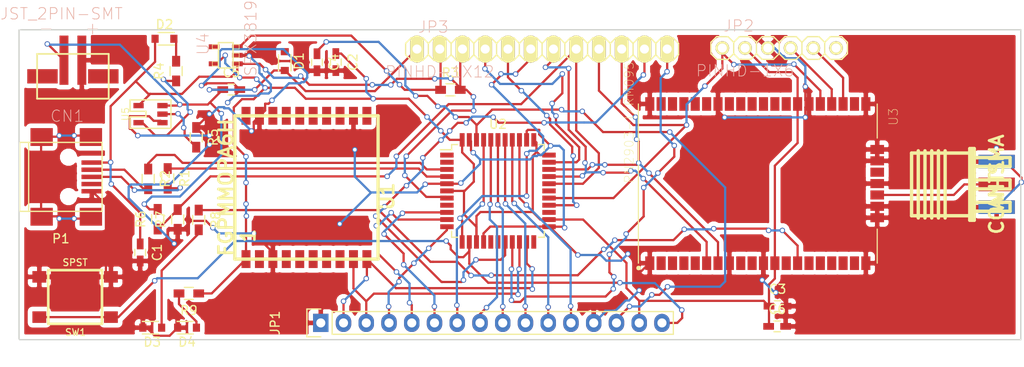
<source format=kicad_pcb>
(kicad_pcb (version 4) (host pcbnew 4.0.2-stable)
  (layers (0 F.Cu signal) (31 B.Cu signal) (34 B.Paste user) (35 F.Paste user) (36 B.SilkS user) (37 F.SilkS user) (38 B.Mask user) (39 F.Mask user) (44 Edge.Cuts user))
  (net 0 "")
  (net 1 "Net-(ANT1-Pad1)")
  (net 2 GND)
  (net 3 3v3)
  (net 4 ARFF)
  (net 5 VBAT)
  (net 6 VBUS)
  (net 7 "Net-(D2-Pad1)")
  (net 8 "Net-(D3-Pad2)")
  (net 9 "Net-(D4-Pad2)")
  (net 10 /1)
  (net 11 /0)
  (net 12 /MISO)
  (net 13 /MOSI)
  (net 14 /SCK)
  (net 15 /A5)
  (net 16 /A4)
  (net 17 /A3)
  (net 18 /A2)
  (net 19 /A1)
  (net 20 /A0)
  (net 21 RST)
  (net 22 /6)
  (net 23 /TEST1)
  (net 24 /TEST0)
  (net 25 "Net-(JP2-Pad6)")
  (net 26 /EN)
  (net 27 /13)
  (net 28 /12)
  (net 29 /11)
  (net 30 /10)
  (net 31 9)
  (net 32 /5)
  (net 33 /3)
  (net 34 /2)
  (net 35 "Net-(P1-Pad2)")
  (net 36 "Net-(P1-Pad3)")
  (net 37 "Net-(P1-Pad4)")
  (net 38 "Net-(P1-Pad6)")
  (net 39 "Net-(R1-Pad1)")
  (net 40 "Net-(R2-Pad1)")
  (net 41 "Net-(R4-Pad1)")
  (net 42 "Net-(R5-Pad2)")
  (net 43 "Net-(R8-Pad1)")
  (net 44 "Net-(U1-Pad2)")
  (net 45 "Net-(U1-Pad4)")
  (net 46 "Net-(U1-Pad5)")
  (net 47 "Net-(U1-Pad6)")
  (net 48 "Net-(U1-Pad7)")
  (net 49 "Net-(U1-Pad11)")
  (net 50 "Net-(U1-Pad13)")
  (net 51 "Net-(U1-Pad14)")
  (net 52 "Net-(U1-Pad15)")
  (net 53 "Net-(U1-Pad16)")
  (net 54 "Net-(U1-Pad17)")
  (net 55 "Net-(U1-Pad18)")
  (net 56 "Net-(U1-Pad20)")
  (net 57 /D7)
  (net 58 "Net-(U2-Pad2)")
  (net 59 "Net-(U2-Pad8)")
  (net 60 "Net-(U2-Pad16)")
  (net 61 "Net-(U2-Pad17)")
  (net 62 "Net-(U2-Pad22)")
  (net 63 /D4)
  (net 64 /D8)
  (net 65 "Net-(U3-Pad2)")
  (net 66 "Net-(U3-Pad3)")
  (net 67 "Net-(U3-Pad4)")
  (net 68 "Net-(U3-Pad5)")
  (net 69 "Net-(U3-Pad9)")
  (net 70 "Net-(U3-Pad10)")
  (net 71 "Net-(U3-Pad13)")
  (net 72 "Net-(U3-Pad35)")
  (net 73 "Net-(U3-Pad36)")
  (net 74 "Net-(U3-Pad37)")
  (net 75 "Net-(U3-Pad38)")
  (net 76 "Net-(U3-Pad39)")
  (net 77 "Net-(U3-Pad40)")
  (net 78 "Net-(U3-Pad43)")
  (net 79 "Net-(U3-Pad44)")
  (net 80 "Net-(U3-Pad45)")
  (net 81 "Net-(U3-Pad46)")
  (net 82 "Net-(U4-Pad5)")
  (net 83 "Net-(D1-Pad2)")
  (net 84 "Net-(U1-Pad8)")
  (module misc:CON-SMA-EDGE (layer F.Cu) (at 235.2294 61.07684 270)
    (fp_text reference ANT1 (at 0 0 270) (layer F.SilkS) (effects (font (thickness 0.3048))))
    (fp_text value CON-SMA (at 0 0 270) (layer F.SilkS) (effects (font (thickness 0.3048))))
    (pad 1 smd rect (at 0 0 270) (size 1.524 4.064) (layers F.Cu F.Paste F.Mask) (net 1 "Net-(ANT1-Pad1)"))
    (pad 2 smd rect (at -2.54 0 270) (size 1.524 4.064) (layers F.Cu F.Paste F.Mask) (net 2 GND))
    (pad 4 smd rect (at 2.54 0 270) (size 1.524 4.064) (layers F.Cu F.Paste F.Mask) (net 2 GND))
    (pad 3 smd rect (at -2.54 0 270) (size 1.524 4.064) (layers B.Cu B.Paste B.Mask) (net 2 GND))
    (pad 5 smd rect (at 2.54 0 270) (size 1.524 4.064) (layers B.Cu B.Paste B.Mask) (net 2 GND))
  )
  (module Pin_Headers:Pin_Header_Straight_1x16 (layer F.Cu) (at 159.75584 76.54544 90)
    (fp_text reference JP1 (at 0 -5.1 90) (layer F.SilkS))
    (fp_text value CONN_01X16)
    (pad 1 thru_hole rect (at 0 0 90) (size 2.032 1.7272) (drill 1.016) (layers *.Cu *.Mask) (net 2 GND))
    (pad 2 thru_hole oval (at 0 2.54 90) (size 2.032 1.7272) (drill 1.016) (layers *.Cu *.Mask) (net 10 /1))
    (pad 3 thru_hole oval (at 0 5.08 90) (size 2.032 1.7272) (drill 1.016) (layers *.Cu *.Mask) (net 11 /0))
    (pad 4 thru_hole oval (at 0 7.62 90) (size 2.032 1.7272) (drill 1.016) (layers *.Cu *.Mask) (net 12 /MISO))
    (pad 5 thru_hole oval (at 0 10.16 90) (size 2.032 1.7272) (drill 1.016) (layers *.Cu *.Mask) (net 13 /MOSI))
    (pad 6 thru_hole oval (at 0 12.7 90) (size 2.032 1.7272) (drill 1.016) (layers *.Cu *.Mask) (net 14 /SCK))
    (pad 7 thru_hole oval (at 0 15.24 90) (size 2.032 1.7272) (drill 1.016) (layers *.Cu *.Mask) (net 15 /A5))
    (pad 8 thru_hole oval (at 0 17.78 90) (size 2.032 1.7272) (drill 1.016) (layers *.Cu *.Mask) (net 16 /A4))
    (pad 9 thru_hole oval (at 0 20.32 90) (size 2.032 1.7272) (drill 1.016) (layers *.Cu *.Mask) (net 17 /A3))
    (pad 10 thru_hole oval (at 0 22.86 90) (size 2.032 1.7272) (drill 1.016) (layers *.Cu *.Mask) (net 18 /A2))
    (pad 11 thru_hole oval (at 0 25.4 90) (size 2.032 1.7272) (drill 1.016) (layers *.Cu *.Mask) (net 19 /A1))
    (pad 12 thru_hole oval (at 0 27.94 90) (size 2.032 1.7272) (drill 1.016) (layers *.Cu *.Mask) (net 20 /A0))
    (pad 13 thru_hole oval (at 0 30.48 90) (size 2.032 1.7272) (drill 1.016) (layers *.Cu *.Mask) (net 2 GND))
    (pad 14 thru_hole oval (at 0 33.02 90) (size 2.032 1.7272) (drill 1.016) (layers *.Cu *.Mask) (net 4 ARFF))
    (pad 15 thru_hole oval (at 0 35.56 90) (size 2.032 1.7272) (drill 1.016) (layers *.Cu *.Mask) (net 3 3v3))
    (pad 16 thru_hole oval (at 0 38.1 90) (size 2.032 1.7272) (drill 1.016) (layers *.Cu *.Mask) (net 21 RST))
  )
  (module adafruit:adafruit-1X06 (layer F.Cu) (at 210.947 45.847)
    (fp_text reference JP2 (at -4.5212 -2.4638) (layer B.SilkS) (effects (font (size 1.27 1.27) (thickness 0.0889))))
    (fp_text value PINHD-1X6 (at -3.81 2.54) (layer B.SilkS) (effects (font (size 1.27 1.27) (thickness 0.0889))))
    (pad 1 thru_hole circle (at -6.35 0) (size 1.524 3.048) (drill 1.016) (layers *.Cu F.Paste F.SilkS F.Mask) (net 22 /6))
    (pad 2 thru_hole circle (at -3.81 0) (size 1.524 3.048) (drill 1.016) (layers *.Cu F.Paste F.SilkS F.Mask) (net 3 3v3))
    (pad 3 thru_hole circle (at -1.27 0) (size 1.524 3.048) (drill 1.016) (layers *.Cu F.Paste F.SilkS F.Mask) (net 2 GND))
    (pad 4 thru_hole circle (at 1.27 0) (size 1.524 3.048) (drill 1.016) (layers *.Cu F.Paste F.SilkS F.Mask) (net 23 /TEST1))
    (pad 5 thru_hole circle (at 3.81 0) (size 1.524 3.048) (drill 1.016) (layers *.Cu F.Paste F.SilkS F.Mask) (net 24 /TEST0))
    (pad 6 thru_hole circle (at 6.35 0) (size 1.524 3.048) (drill 1.016) (layers *.Cu F.Paste F.SilkS F.Mask) (net 25 "Net-(JP2-Pad6)"))
  )
  (module adafruit:adafruit-1X12 (layer F.Cu) (at 184.47004 45.96384)
    (fp_text reference JP3 (at -12.1412 -2.4638) (layer B.SilkS) (effects (font (size 1.27 1.27) (thickness 0.0889))))
    (fp_text value PINHD-1X12 (at -11.43 2.54) (layer B.SilkS) (effects (font (size 1.27 1.27) (thickness 0.0889))))
    (pad 1 thru_hole oval (at -13.97 0) (size 1.524 3.048) (drill 1.016) (layers *.Cu F.Paste F.SilkS F.Mask) (net 5 VBAT))
    (pad 2 thru_hole oval (at -11.43 0) (size 1.524 3.048) (drill 1.016) (layers *.Cu F.Paste F.SilkS F.Mask) (net 26 /EN))
    (pad 3 thru_hole oval (at -8.89 0) (size 1.524 3.048) (drill 1.016) (layers *.Cu F.Paste F.SilkS F.Mask) (net 6 VBUS))
    (pad 4 thru_hole oval (at -6.35 0) (size 1.524 3.048) (drill 1.016) (layers *.Cu F.Paste F.SilkS F.Mask) (net 27 /13))
    (pad 5 thru_hole oval (at -3.81 0) (size 1.524 3.048) (drill 1.016) (layers *.Cu F.Paste F.SilkS F.Mask) (net 28 /12))
    (pad 6 thru_hole oval (at -1.27 0) (size 1.524 3.048) (drill 1.016) (layers *.Cu F.Paste F.SilkS F.Mask) (net 29 /11))
    (pad 7 thru_hole oval (at 1.27 0) (size 1.524 3.048) (drill 1.016) (layers *.Cu F.Paste F.SilkS F.Mask) (net 30 /10))
    (pad 8 thru_hole oval (at 3.81 0) (size 1.524 3.048) (drill 1.016) (layers *.Cu F.Paste F.SilkS F.Mask) (net 31 9))
    (pad 9 thru_hole oval (at 6.35 0) (size 1.524 3.048) (drill 1.016) (layers *.Cu F.Paste F.SilkS F.Mask) (net 22 /6))
    (pad 10 thru_hole oval (at 8.89 0) (size 1.524 3.048) (drill 1.016) (layers *.Cu F.Paste F.SilkS F.Mask) (net 32 /5))
    (pad 11 thru_hole oval (at 11.43 0) (size 1.524 3.048) (drill 1.016) (layers *.Cu F.Paste F.SilkS F.Mask) (net 33 /3))
    (pad 12 thru_hole oval (at 13.97 0) (size 1.524 3.048) (drill 1.016) (layers *.Cu F.Paste F.SilkS F.Mask) (net 34 /2))
  )
  (module open-project:SW_PUSH_SMD (layer F.Cu) (at 132.32384 73.64984 180)
    (fp_text reference SW1 (at -0.05 -3.95 180) (layer F.SilkS) (effects (font (size 0.762 0.762) (thickness 0.127))))
    (fp_text value SPST (at 0 3.85 180) (layer F.SilkS) (effects (font (size 0.762 0.762) (thickness 0.127))))
    (pad 1 smd rect (at -3.99796 -2.2479 180) (size 1.5494 1.2954) (layers F.Cu F.Paste F.Mask) (net 21 RST))
    (pad 1 smd rect (at 3.99796 -2.2479 180) (size 1.5494 1.2954) (layers F.Cu F.Paste F.Mask) (net 21 RST))
    (pad 2 smd rect (at 3.99796 2.2479 180) (size 1.5494 1.2954) (layers F.Cu F.Paste F.Mask) (net 2 GND))
    (pad 2 smd rect (at -3.99796 2.2479 180) (size 1.5494 1.2954) (layers F.Cu F.Paste F.Mask) (net 2 GND))
  )
  (module FGPMMOPA6H:FGPMMOPA6H (layer F.Cu) (at 158.15564 61.4172 90)
    (fp_text reference U1 (at -1.00076 8.99922 90) (layer F.SilkS) (effects (font (thickness 0.3048))))
    (fp_text value FGPMMOPA6H (at 0 -8.99922 90) (layer F.SilkS) (effects (font (thickness 0.3048))))
    (fp_text user 1 (at -5.3848 -6.5024 90) (layer F.SilkS) (effects (font (thickness 0.3048))))
    (pad 1 smd rect (at -8.001 -6.74878 90) (size 1.99898 1.00076) (layers F.Cu F.Paste F.Mask) (net 3 3v3))
    (pad 2 smd rect (at -8.001 -5.25018 90) (size 1.99898 1.00076) (layers F.Cu F.Paste F.Mask) (net 44 "Net-(U1-Pad2)"))
    (pad 3 smd rect (at -8.001 -3.74904 90) (size 1.99898 1.00076) (layers F.Cu F.Paste F.Mask) (net 2 GND))
    (pad 4 smd rect (at -8.001 -2.25044 90) (size 1.99898 1.00076) (layers F.Cu F.Paste F.Mask) (net 45 "Net-(U1-Pad4)"))
    (pad 5 smd rect (at -8.001 -0.7493 90) (size 1.99898 1.00076) (layers F.Cu F.Paste F.Mask) (net 46 "Net-(U1-Pad5)"))
    (pad 6 smd rect (at -8.001 0.7493 90) (size 1.99898 1.00076) (layers F.Cu F.Paste F.Mask) (net 47 "Net-(U1-Pad6)"))
    (pad 7 smd rect (at -8.001 2.25044 90) (size 1.99898 1.00076) (layers F.Cu F.Paste F.Mask) (net 48 "Net-(U1-Pad7)"))
    (pad 8 smd rect (at -8.001 3.74904 90) (size 1.99898 1.00076) (layers F.Cu F.Paste F.Mask) (net 84 "Net-(U1-Pad8)"))
    (pad 9 smd rect (at -8.001 5.25018 90) (size 1.99898 1.00076) (layers F.Cu F.Paste F.Mask) (net 11 /0))
    (pad 10 smd rect (at -8.001 6.74878 90) (size 1.99898 1.00076) (layers F.Cu F.Paste F.Mask) (net 10 /1))
    (pad 11 smd rect (at 8.001 6.74878 90) (size 1.99898 1.00076) (layers F.Cu F.Paste F.Mask) (net 49 "Net-(U1-Pad11)"))
    (pad 12 smd rect (at 8.001 5.25018 90) (size 1.99898 1.00076) (layers F.Cu F.Paste F.Mask) (net 2 GND))
    (pad 13 smd rect (at 8.001 3.74904 90) (size 1.99898 1.00076) (layers F.Cu F.Paste F.Mask) (net 50 "Net-(U1-Pad13)"))
    (pad 14 smd rect (at 8.001 2.25044 90) (size 1.99898 1.00076) (layers F.Cu F.Paste F.Mask) (net 51 "Net-(U1-Pad14)"))
    (pad 15 smd rect (at 8.001 0.7493 90) (size 1.99898 1.00076) (layers F.Cu F.Paste F.Mask) (net 52 "Net-(U1-Pad15)"))
    (pad 16 smd rect (at 8.001 -0.7493 90) (size 1.99898 1.00076) (layers F.Cu F.Paste F.Mask) (net 53 "Net-(U1-Pad16)"))
    (pad 17 smd rect (at 8.001 -2.25044 90) (size 1.99898 1.00076) (layers F.Cu F.Paste F.Mask) (net 54 "Net-(U1-Pad17)"))
    (pad 18 smd rect (at 8.001 -3.74904 90) (size 1.99898 1.00076) (layers F.Cu F.Paste F.Mask) (net 55 "Net-(U1-Pad18)"))
    (pad 19 smd rect (at 8.001 -5.25018 90) (size 1.99898 1.00076) (layers F.Cu F.Paste F.Mask) (net 2 GND))
    (pad 20 smd rect (at 8.001 -6.74878 90) (size 1.99898 1.00076) (layers F.Cu F.Paste F.Mask) (net 56 "Net-(U1-Pad20)"))
  )
  (module Housings_QFP:TQFP-44_10x10mm_Pitch0.8mm (layer F.Cu) (at 179.54244 61.80328)
    (fp_text reference U2 (at 0 -7.45) (layer F.SilkS))
    (fp_text value ATmega32U4-AU)
    (pad 1 smd rect (at -5.7 -4) (size 1.5 0.55) (layers F.Cu F.Paste F.Mask) (net 57 /D7))
    (pad 2 smd rect (at -5.7 -3.2) (size 1.5 0.55) (layers F.Cu F.Paste F.Mask) (net 58 "Net-(U2-Pad2)"))
    (pad 3 smd rect (at -5.7 -2.4) (size 1.5 0.55) (layers F.Cu F.Paste F.Mask) (net 40 "Net-(R2-Pad1)"))
    (pad 4 smd rect (at -5.7 -1.6) (size 1.5 0.55) (layers F.Cu F.Paste F.Mask) (net 39 "Net-(R1-Pad1)"))
    (pad 5 smd rect (at -5.7 -0.8) (size 1.5 0.55) (layers F.Cu F.Paste F.Mask) (net 2 GND))
    (pad 6 smd rect (at -5.7 0) (size 1.5 0.55) (layers F.Cu F.Paste F.Mask) (net 3 3v3))
    (pad 7 smd rect (at -5.7 0.8) (size 1.5 0.55) (layers F.Cu F.Paste F.Mask) (net 6 VBUS))
    (pad 8 smd rect (at -5.7 1.6) (size 1.5 0.55) (layers F.Cu F.Paste F.Mask) (net 59 "Net-(U2-Pad8)"))
    (pad 9 smd rect (at -5.7 2.4) (size 1.5 0.55) (layers F.Cu F.Paste F.Mask) (net 14 /SCK))
    (pad 10 smd rect (at -5.7 3.2) (size 1.5 0.55) (layers F.Cu F.Paste F.Mask) (net 13 /MOSI))
    (pad 11 smd rect (at -5.7 4) (size 1.5 0.55) (layers F.Cu F.Paste F.Mask) (net 12 /MISO))
    (pad 12 smd rect (at -4 5.7 90) (size 1.5 0.55) (layers F.Cu F.Paste F.Mask) (net 29 /11))
    (pad 13 smd rect (at -3.2 5.7 90) (size 1.5 0.55) (layers F.Cu F.Paste F.Mask) (net 21 RST))
    (pad 14 smd rect (at -2.4 5.7 90) (size 1.5 0.55) (layers F.Cu F.Paste F.Mask) (net 3 3v3))
    (pad 15 smd rect (at -1.6 5.7 90) (size 1.5 0.55) (layers F.Cu F.Paste F.Mask) (net 2 GND))
    (pad 16 smd rect (at -0.8 5.7 90) (size 1.5 0.55) (layers F.Cu F.Paste F.Mask) (net 60 "Net-(U2-Pad16)"))
    (pad 17 smd rect (at 0 5.7 90) (size 1.5 0.55) (layers F.Cu F.Paste F.Mask) (net 61 "Net-(U2-Pad17)"))
    (pad 18 smd rect (at 0.8 5.7 90) (size 1.5 0.55) (layers F.Cu F.Paste F.Mask) (net 33 /3))
    (pad 19 smd rect (at 1.6 5.7 90) (size 1.5 0.55) (layers F.Cu F.Paste F.Mask) (net 34 /2))
    (pad 20 smd rect (at 2.4 5.7 90) (size 1.5 0.55) (layers F.Cu F.Paste F.Mask) (net 11 /0))
    (pad 21 smd rect (at 3.2 5.7 90) (size 1.5 0.55) (layers F.Cu F.Paste F.Mask) (net 10 /1))
    (pad 22 smd rect (at 4 5.7 90) (size 1.5 0.55) (layers F.Cu F.Paste F.Mask) (net 62 "Net-(U2-Pad22)"))
    (pad 23 smd rect (at 5.7 4) (size 1.5 0.55) (layers F.Cu F.Paste F.Mask) (net 2 GND))
    (pad 24 smd rect (at 5.7 3.2) (size 1.5 0.55) (layers F.Cu F.Paste F.Mask) (net 3 3v3))
    (pad 25 smd rect (at 5.7 2.4) (size 1.5 0.55) (layers F.Cu F.Paste F.Mask) (net 63 /D4))
    (pad 26 smd rect (at 5.7 1.6) (size 1.5 0.55) (layers F.Cu F.Paste F.Mask) (net 28 /12))
    (pad 27 smd rect (at 5.7 0.8) (size 1.5 0.55) (layers F.Cu F.Paste F.Mask) (net 22 /6))
    (pad 28 smd rect (at 5.7 0) (size 1.5 0.55) (layers F.Cu F.Paste F.Mask) (net 64 /D8))
    (pad 29 smd rect (at 5.7 -0.8) (size 1.5 0.55) (layers F.Cu F.Paste F.Mask) (net 31 9))
    (pad 30 smd rect (at 5.7 -1.6) (size 1.5 0.55) (layers F.Cu F.Paste F.Mask) (net 30 /10))
    (pad 31 smd rect (at 5.7 -2.4) (size 1.5 0.55) (layers F.Cu F.Paste F.Mask) (net 32 /5))
    (pad 32 smd rect (at 5.7 -3.2) (size 1.5 0.55) (layers F.Cu F.Paste F.Mask) (net 27 /13))
    (pad 33 smd rect (at 5.7 -4) (size 1.5 0.55) (layers F.Cu F.Paste F.Mask) (net 3 3v3))
    (pad 34 smd rect (at 4 -5.7 90) (size 1.5 0.55) (layers F.Cu F.Paste F.Mask) (net 3 3v3))
    (pad 35 smd rect (at 3.2 -5.7 90) (size 1.5 0.55) (layers F.Cu F.Paste F.Mask) (net 2 GND))
    (pad 36 smd rect (at 2.4 -5.7 90) (size 1.5 0.55) (layers F.Cu F.Paste F.Mask) (net 20 /A0))
    (pad 37 smd rect (at 1.6 -5.7 90) (size 1.5 0.55) (layers F.Cu F.Paste F.Mask) (net 19 /A1))
    (pad 38 smd rect (at 0.8 -5.7 90) (size 1.5 0.55) (layers F.Cu F.Paste F.Mask) (net 18 /A2))
    (pad 39 smd rect (at 0 -5.7 90) (size 1.5 0.55) (layers F.Cu F.Paste F.Mask) (net 17 /A3))
    (pad 40 smd rect (at -0.8 -5.7 90) (size 1.5 0.55) (layers F.Cu F.Paste F.Mask) (net 16 /A4))
    (pad 41 smd rect (at -1.6 -5.7 90) (size 1.5 0.55) (layers F.Cu F.Paste F.Mask) (net 15 /A5))
    (pad 42 smd rect (at -2.4 -5.7 90) (size 1.5 0.55) (layers F.Cu F.Paste F.Mask) (net 4 ARFF))
    (pad 43 smd rect (at -3.2 -5.7 90) (size 1.5 0.55) (layers F.Cu F.Paste F.Mask) (net 2 GND))
    (pad 44 smd rect (at -4 -5.7 90) (size 1.5 0.55) (layers F.Cu F.Paste F.Mask) (net 3 3v3))
  )
  (module RN2903-I_RM095:XCVR_RN2903-I%2fRM095 (layer F.Cu) (at 208.5594 60.9854 270)
    (fp_text reference U3 (at -7.46 -15.135 270) (layer F.SilkS) (effects (font (thickness 0.05))))
    (fp_text value RN2903-I/RM095 (at -6.825 14.365 270) (layer F.SilkS) (effects (font (thickness 0.05))))
    (pad 1 smd rect (at 8.89 12.065) (size 1.016 1.524) (layers F.Cu F.Paste F.Mask) (net 2 GND))
    (pad 2 smd rect (at 8.89 10.795) (size 1.016 1.524) (layers F.Cu F.Paste F.Mask) (net 65 "Net-(U3-Pad2)"))
    (pad 3 smd rect (at 8.89 9.525) (size 1.016 1.524) (layers F.Cu F.Paste F.Mask) (net 66 "Net-(U3-Pad3)"))
    (pad 4 smd rect (at 8.89 8.255) (size 1.016 1.524) (layers F.Cu F.Paste F.Mask) (net 67 "Net-(U3-Pad4)"))
    (pad 5 smd rect (at 8.89 6.985) (size 1.016 1.524) (layers F.Cu F.Paste F.Mask) (net 68 "Net-(U3-Pad5)"))
    (pad 6 smd rect (at 8.89 5.715) (size 1.016 1.524) (layers F.Cu F.Paste F.Mask) (net 30 /10))
    (pad 7 smd rect (at 8.89 4.445) (size 1.016 1.524) (layers F.Cu F.Paste F.Mask) (net 32 /5))
    (pad 8 smd rect (at 8.89 3.175) (size 1.016 1.524) (layers F.Cu F.Paste F.Mask) (net 2 GND))
    (pad 9 smd rect (at 8.89 1.905) (size 1.016 1.524) (layers F.Cu F.Paste F.Mask) (net 69 "Net-(U3-Pad9)"))
    (pad 10 smd rect (at 8.89 0.635) (size 1.016 1.524) (layers F.Cu F.Paste F.Mask) (net 70 "Net-(U3-Pad10)"))
    (pad 11 smd rect (at 8.89 -0.635) (size 1.016 1.524) (layers F.Cu F.Paste F.Mask) (net 2 GND))
    (pad 12 smd rect (at 8.89 -1.905) (size 1.016 1.524) (layers F.Cu F.Paste F.Mask) (net 3 3v3))
    (pad 13 smd rect (at 8.89 -3.175) (size 1.016 1.524) (layers F.Cu F.Paste F.Mask) (net 71 "Net-(U3-Pad13)"))
    (pad 14 smd rect (at 8.89 -4.445) (size 1.016 1.524) (layers F.Cu F.Paste F.Mask) (net 43 "Net-(R8-Pad1)"))
    (pad 15 smd rect (at 8.89 -5.715) (size 1.016 1.524) (layers F.Cu F.Paste F.Mask))
    (pad 16 smd rect (at 8.89 -6.985) (size 1.016 1.524) (layers F.Cu F.Paste F.Mask))
    (pad 17 smd rect (at 8.89 -8.255) (size 1.016 1.524) (layers F.Cu F.Paste F.Mask))
    (pad 18 smd rect (at 8.89 -9.525) (size 1.016 1.524) (layers F.Cu F.Paste F.Mask))
    (pad 19 smd rect (at 8.89 -10.795) (size 1.016 1.524) (layers F.Cu F.Paste F.Mask))
    (pad 20 smd rect (at 8.89 -12.065) (size 1.016 1.524) (layers F.Cu F.Paste F.Mask) (net 2 GND))
    (pad 21 smd rect (at 3.81 -13.335 90) (size 1.016 1.524) (layers F.Cu F.Paste F.Mask) (net 2 GND))
    (pad 22 smd rect (at 2.54 -13.335 90) (size 1.016 1.524) (layers F.Cu F.Paste F.Mask) (net 2 GND))
    (pad 23 smd rect (at 1.27 -13.335 90) (size 1.016 1.524) (layers F.Cu F.Paste F.Mask) (net 1 "Net-(ANT1-Pad1)"))
    (pad 24 smd rect (at 0 -13.335 90) (size 1.016 1.524) (layers F.Cu F.Paste F.Mask) (net 2 GND))
    (pad 25 smd rect (at -1.27 -13.335 90) (size 1.016 1.524) (layers F.Cu F.Paste F.Mask))
    (pad 26 smd rect (at -2.54 -13.335 90) (size 1.016 1.524) (layers F.Cu F.Paste F.Mask) (net 2 GND))
    (pad 27 smd rect (at -3.81 -13.335 90) (size 1.016 1.524) (layers F.Cu F.Paste F.Mask) (net 2 GND))
    (pad 28 smd rect (at -8.89 -12.065 180) (size 1.016 1.524) (layers F.Cu F.Paste F.Mask) (net 2 GND))
    (pad 29 smd rect (at -8.89 -10.795 180) (size 1.016 1.524) (layers F.Cu F.Paste F.Mask))
    (pad 30 smd rect (at -8.89 -9.525 180) (size 1.016 1.524) (layers F.Cu F.Paste F.Mask) (net 24 /TEST0))
    (pad 31 smd rect (at -8.89 -8.255 180) (size 1.016 1.524) (layers F.Cu F.Paste F.Mask) (net 23 /TEST1))
    (pad 32 smd rect (at -8.89 -6.985 180) (size 1.016 1.524) (layers F.Cu F.Paste F.Mask) (net 22 /6))
    (pad 33 smd rect (at -8.89 -5.715 180) (size 1.016 1.524) (layers F.Cu F.Paste F.Mask) (net 2 GND))
    (pad 34 smd rect (at -8.89 -4.445 180) (size 1.016 1.524) (layers F.Cu F.Paste F.Mask) (net 3 3v3))
    (pad 35 smd rect (at -8.89 -3.175 180) (size 1.016 1.524) (layers F.Cu F.Paste F.Mask) (net 72 "Net-(U3-Pad35)"))
    (pad 36 smd rect (at -8.89 -1.905 180) (size 1.016 1.524) (layers F.Cu F.Paste F.Mask) (net 73 "Net-(U3-Pad36)"))
    (pad 37 smd rect (at -8.89 -0.635 180) (size 1.016 1.524) (layers F.Cu F.Paste F.Mask) (net 74 "Net-(U3-Pad37)"))
    (pad 38 smd rect (at -8.89 0.635 180) (size 1.016 1.524) (layers F.Cu F.Paste F.Mask) (net 75 "Net-(U3-Pad38)"))
    (pad 39 smd rect (at -8.89 1.905 180) (size 1.016 1.524) (layers F.Cu F.Paste F.Mask) (net 76 "Net-(U3-Pad39)"))
    (pad 40 smd rect (at -8.89 3.175 180) (size 1.016 1.524) (layers F.Cu F.Paste F.Mask) (net 77 "Net-(U3-Pad40)"))
    (pad 41 smd rect (at -8.89 4.445 180) (size 1.016 1.524) (layers F.Cu F.Paste F.Mask) (net 2 GND))
    (pad 42 smd rect (at -8.89 5.715 180) (size 1.016 1.524) (layers F.Cu F.Paste F.Mask))
    (pad 43 smd rect (at -8.89 6.985 180) (size 1.016 1.524) (layers F.Cu F.Paste F.Mask) (net 78 "Net-(U3-Pad43)"))
    (pad 44 smd rect (at -8.89 8.255 180) (size 1.016 1.524) (layers F.Cu F.Paste F.Mask) (net 79 "Net-(U3-Pad44)"))
    (pad 45 smd rect (at -8.89 9.525 180) (size 1.016 1.524) (layers F.Cu F.Paste F.Mask) (net 80 "Net-(U3-Pad45)"))
    (pad 46 smd rect (at -8.89 10.795 180) (size 1.016 1.524) (layers F.Cu F.Paste F.Mask) (net 81 "Net-(U3-Pad46)"))
    (pad 47 smd rect (at -8.89 12.065 180) (size 1.016 1.524) (layers F.Cu F.Paste F.Mask) (net 2 GND))
  )
  (module Connect:USB_Mini-B (layer F.Cu) (at 130.7338 60.23864)
    (fp_text reference P1 (at 0 6.90118) (layer F.SilkS))
    (fp_text value USB_OTG)
    (pad 1 smd rect (at 3.44932 -1.6002) (size 2.30124 0.50038) (layers F.Cu F.Paste F.Mask) (net 6 VBUS))
    (pad 2 smd rect (at 3.44932 -0.8001) (size 2.30124 0.50038) (layers F.Cu F.Paste F.Mask) (net 35 "Net-(P1-Pad2)"))
    (pad 3 smd rect (at 3.44932 0) (size 2.30124 0.50038) (layers F.Cu F.Paste F.Mask) (net 36 "Net-(P1-Pad3)"))
    (pad 4 smd rect (at 3.44932 0.8001) (size 2.30124 0.50038) (layers F.Cu F.Paste F.Mask) (net 37 "Net-(P1-Pad4)"))
    (pad 5 smd rect (at 3.44932 1.6002) (size 2.30124 0.50038) (layers F.Cu F.Paste F.Mask) (net 2 GND))
    (pad 6 smd rect (at 3.35026 -4.45008) (size 2.49936 1.99898) (layers F.Cu F.Paste F.Mask) (net 38 "Net-(P1-Pad6)"))
    (pad 6 smd rect (at -2.14884 -4.45008) (size 2.49936 1.99898) (layers F.Cu F.Paste F.Mask) (net 38 "Net-(P1-Pad6)"))
    (pad 6 smd rect (at 3.35026 4.45008) (size 2.49936 1.99898) (layers F.Cu F.Paste F.Mask) (net 38 "Net-(P1-Pad6)"))
    (pad 6 smd rect (at -2.14884 4.45008) (size 2.49936 1.99898) (layers F.Cu F.Paste F.Mask) (net 38 "Net-(P1-Pad6)"))
    (pad "" np_thru_hole circle (at 0.8509 -2.19964) (size 0.89916 0.89916) (drill 0.89916) (layers *.Cu *.Mask))
    (pad "" np_thru_hole circle (at 0.8509 2.19964) (size 0.89916 0.89916) (drill 0.89916) (layers *.Cu *.Mask))
  )
  (module Capacitors_SMD:C_0603_HandSoldering (layer F.Cu) (at 161.43732 47.41672 270)
    (fp_text reference C2 (at 0 -1.9 270) (layer F.SilkS))
    (fp_text value 10uF)
    (pad 1 smd rect (at -0.95 0 270) (size 1.2 0.75) (layers F.Cu F.Paste F.Mask) (net 3 3v3))
    (pad 2 smd rect (at 0.95 0 270) (size 1.2 0.75) (layers F.Cu F.Paste F.Mask) (net 2 GND))
  )
  (module Capacitors_SMD:C_0603_HandSoldering (layer F.Cu) (at 210.75904 74.676)
    (fp_text reference C3 (at 0 -1.9) (layer F.SilkS))
    (fp_text value 1uF)
    (pad 1 smd rect (at -0.95 0) (size 1.2 0.75) (layers F.Cu F.Paste F.Mask) (net 3 3v3))
    (pad 2 smd rect (at 0.95 0) (size 1.2 0.75) (layers F.Cu F.Paste F.Mask) (net 2 GND))
  )
  (module Capacitors_SMD:C_0603_HandSoldering (layer F.Cu) (at 159.3342 47.43704 270)
    (fp_text reference C4 (at 0 -1.9 270) (layer F.SilkS))
    (fp_text value 1uF)
    (pad 1 smd rect (at -0.95 0 270) (size 1.2 0.75) (layers F.Cu F.Paste F.Mask) (net 4 ARFF))
    (pad 2 smd rect (at 0.95 0 270) (size 1.2 0.75) (layers F.Cu F.Paste F.Mask) (net 2 GND))
  )
  (module Capacitors_SMD:C_0603_HandSoldering (layer F.Cu) (at 149.7584 50.49012)
    (fp_text reference C5 (at 0 -1.9) (layer F.SilkS))
    (fp_text value 10uF)
    (pad 1 smd rect (at -0.95 0) (size 1.2 0.75) (layers F.Cu F.Paste F.Mask) (net 5 VBAT))
    (pad 2 smd rect (at 0.95 0) (size 1.2 0.75) (layers F.Cu F.Paste F.Mask) (net 2 GND))
  )
  (module Capacitors_SMD:C_0603_HandSoldering (layer F.Cu) (at 210.7184 76.93152)
    (fp_text reference C6 (at 0 -1.9) (layer F.SilkS))
    (fp_text value 10uF)
    (pad 1 smd rect (at -0.95 0) (size 1.2 0.75) (layers F.Cu F.Paste F.Mask) (net 3 3v3))
    (pad 2 smd rect (at 0.95 0) (size 1.2 0.75) (layers F.Cu F.Paste F.Mask) (net 2 GND))
  )
  (module adafruit:adafruit-JST-PH-2-SMT (layer F.Cu) (at 132.07492 49.00676 180)
    (fp_text reference CN1 (at 0.635 -4.445 180) (layer B.SilkS) (effects (font (size 1.27 1.27) (thickness 0.0889))))
    (fp_text value JST_2PIN-SMT (at 1.27 6.985 180) (layer B.SilkS) (effects (font (size 1.27 1.27) (thickness 0.0889))))
    (fp_text user + (at -2.20218 5.3848 180) (layer B.SilkS) (effects (font (size 1.4224 1.4224) (thickness 0.0889))))
    (fp_text user - (at 2.98196 5.3848 180) (layer B.SilkS) (effects (font (size 1.4224 1.4224) (thickness 0.0889))))
    (pad 1 smd rect (at -0.99822 1.79832 180) (size 0.99822 5.4991) (layers F.Cu F.Paste F.Mask) (net 2 GND))
    (pad 2 smd rect (at 0.99822 1.79832 180) (size 0.99822 5.4991) (layers F.Cu F.Paste F.Mask) (net 5 VBAT))
    (pad NC1 smd rect (at -3.39852 0 180) (size 3.39852 1.59766) (layers F.Cu F.Paste F.Mask))
    (pad NC2 smd rect (at 3.39852 0 180) (size 3.39852 1.59766) (layers F.Cu F.Paste F.Mask))
  )
  (module Diodes_SMD:D_0805 (layer F.Cu) (at 155.73756 47.30496 90)
    (fp_text reference D1 (at 0 1.6 90) (layer F.SilkS))
    (fp_text value DIODESCH)
    (pad 1 smd rect (at -1.05 0 90) (size 0.8 0.9) (layers F.Cu F.Paste F.Mask) (net 5 VBAT))
    (pad 2 smd rect (at 1.05 0 90) (size 0.8 0.9) (layers F.Cu F.Paste F.Mask) (net 83 "Net-(D1-Pad2)"))
  )
  (module Diodes_SMD:D_0805 (layer F.Cu) (at 142.30096 44.81576 180)
    (fp_text reference D2 (at 0 1.6 180) (layer F.SilkS))
    (fp_text value LED-BAT)
    (pad 1 smd rect (at -1.05 0 180) (size 0.8 0.9) (layers F.Cu F.Paste F.Mask) (net 7 "Net-(D2-Pad1)"))
    (pad 2 smd rect (at 1.05 0 180) (size 0.8 0.9) (layers F.Cu F.Paste F.Mask) (net 6 VBUS))
  )
  (module Diodes_SMD:D_0805 (layer F.Cu) (at 140.93444 77.07884)
    (fp_text reference D3 (at 0 1.6) (layer F.SilkS))
    (fp_text value LED-RED)
    (pad 1 smd rect (at -1.05 0) (size 0.8 0.9) (layers F.Cu F.Paste F.Mask) (net 2 GND))
    (pad 2 smd rect (at 1.05 0) (size 0.8 0.9) (layers F.Cu F.Paste F.Mask) (net 8 "Net-(D3-Pad2)"))
  )
  (module Diodes_SMD:D_0805 (layer F.Cu) (at 144.82064 77.07884)
    (fp_text reference D4 (at 0 1.6) (layer F.SilkS))
    (fp_text value LED-POW)
    (pad 1 smd rect (at -1.05 0) (size 0.8 0.9) (layers F.Cu F.Paste F.Mask) (net 2 GND))
    (pad 2 smd rect (at 1.05 0) (size 0.8 0.9) (layers F.Cu F.Paste F.Mask) (net 9 "Net-(D4-Pad2)"))
  )
  (module Resistors_SMD:R_0603_HandSoldering (layer F.Cu) (at 142.66164 60.40628 270)
    (fp_text reference R1 (at 0 -1.9 270) (layer F.SilkS))
    (fp_text value 22)
    (pad 1 smd rect (at -1.1 0 270) (size 1.2 0.9) (layers F.Cu F.Paste F.Mask) (net 39 "Net-(R1-Pad1)"))
    (pad 2 smd rect (at 1.1 0 270) (size 1.2 0.9) (layers F.Cu F.Paste F.Mask) (net 36 "Net-(P1-Pad3)"))
  )
  (module Resistors_SMD:R_0603_HandSoldering (layer F.Cu) (at 140.48232 60.46216 270)
    (fp_text reference R2 (at 0 -1.9 270) (layer F.SilkS))
    (fp_text value 22)
    (pad 1 smd rect (at -1.1 0 270) (size 1.2 0.9) (layers F.Cu F.Paste F.Mask) (net 40 "Net-(R2-Pad1)"))
    (pad 2 smd rect (at 1.1 0 270) (size 1.2 0.9) (layers F.Cu F.Paste F.Mask) (net 35 "Net-(P1-Pad2)"))
  )
  (module Resistors_SMD:R_0603_HandSoldering (layer F.Cu) (at 174.23384 50.51552)
    (fp_text reference R3 (at 0 -1.9) (layer F.SilkS))
    (fp_text value 100k)
    (pad 1 smd rect (at -1.1 0) (size 1.2 0.9) (layers F.Cu F.Paste F.Mask) (net 26 /EN))
    (pad 2 smd rect (at 1.1 0) (size 1.2 0.9) (layers F.Cu F.Paste F.Mask) (net 6 VBUS))
  )
  (module Resistors_SMD:R_0603_HandSoldering (layer F.Cu) (at 143.60144 48.42256 90)
    (fp_text reference R4 (at 0 -1.9 90) (layer F.SilkS))
    (fp_text value 1k)
    (pad 1 smd rect (at -1.1 0 90) (size 1.2 0.9) (layers F.Cu F.Paste F.Mask) (net 41 "Net-(R4-Pad1)"))
    (pad 2 smd rect (at 1.1 0 90) (size 1.2 0.9) (layers F.Cu F.Paste F.Mask) (net 7 "Net-(D2-Pad1)"))
  )
  (module Resistors_SMD:R_0603_HandSoldering (layer F.Cu) (at 145.8468 55.81904 270)
    (fp_text reference R5 (at 0 -1.9 450) (layer F.SilkS))
    (fp_text value 10k)
    (pad 1 smd rect (at -1.1 0 270) (size 1.2 0.9) (layers F.Cu F.Paste F.Mask) (net 2 GND))
    (pad 2 smd rect (at 1.1 0 270) (size 1.2 0.9) (layers F.Cu F.Paste F.Mask) (net 42 "Net-(R5-Pad2)"))
  )
  (module Resistors_SMD:R_0603_HandSoldering (layer F.Cu) (at 141.54404 64.96304 90)
    (fp_text reference R6 (at 0 -1.9 90) (layer F.SilkS))
    (fp_text value 100k)
    (pad 1 smd rect (at -1.1 0 90) (size 1.2 0.9) (layers F.Cu F.Paste F.Mask) (net 31 9))
    (pad 2 smd rect (at 1.1 0 90) (size 1.2 0.9) (layers F.Cu F.Paste F.Mask) (net 5 VBAT))
  )
  (module Resistors_SMD:R_0603_HandSoldering (layer F.Cu) (at 143.77924 64.98844 90)
    (fp_text reference R7 (at 0 -1.9 90) (layer F.SilkS))
    (fp_text value 100k)
    (pad 1 smd rect (at -1.1 0 90) (size 1.2 0.9) (layers F.Cu F.Paste F.Mask) (net 2 GND))
    (pad 2 smd rect (at 1.1 0 90) (size 1.2 0.9) (layers F.Cu F.Paste F.Mask) (net 31 9))
  )
  (module Resistors_SMD:R_0603_HandSoldering (layer F.Cu) (at 146.1262 65.04432 270)
    (fp_text reference R8 (at 0 -1.9 270) (layer F.SilkS))
    (fp_text value 1k)
    (pad 1 smd rect (at -1.1 0 270) (size 1.2 0.9) (layers F.Cu F.Paste F.Mask) (net 43 "Net-(R8-Pad1)"))
    (pad 2 smd rect (at 1.1 0 270) (size 1.2 0.9) (layers F.Cu F.Paste F.Mask) (net 8 "Net-(D3-Pad2)"))
  )
  (module Resistors_SMD:R_0603_HandSoldering (layer F.Cu) (at 145.02384 73.2536 180)
    (fp_text reference R9 (at 0 -1.9 180) (layer F.SilkS))
    (fp_text value 1k)
    (pad 1 smd rect (at -1.1 0 180) (size 1.2 0.9) (layers F.Cu F.Paste F.Mask) (net 3 3v3))
    (pad 2 smd rect (at 1.1 0 180) (size 1.2 0.9) (layers F.Cu F.Paste F.Mask) (net 9 "Net-(D4-Pad2)"))
  )
  (module Capacitors_SMD:C_0603_HandSoldering (layer F.Cu) (at 139.58824 68.67652 270)
    (fp_text reference C1 (at 0 -1.9 270) (layer F.SilkS))
    (fp_text value 10uF)
    (pad 1 smd rect (at -0.95 0 270) (size 1.2 0.75) (layers F.Cu F.Paste F.Mask) (net 6 VBUS))
    (pad 2 smd rect (at 0.95 0 270) (size 1.2 0.75) (layers F.Cu F.Paste F.Mask) (net 2 GND))
  )
  (module misc:MCP73831 (layer F.Cu) (at 140.7414 53.22824 90)
    (fp_text reference U5 (at 0 -2.794 90) (layer F.SilkS) (effects (font (size 0.762 0.762) (thickness 0.1016))))
    (fp_text value MCP73831 hide)
    (pad 2 smd rect (at -0.9525 1.3335 90) (size 0.59944 1.15062) (layers F.Cu F.Paste F.Mask) (net 2 GND))
    (pad 3 smd rect (at 0.9525 1.3335 90) (size 0.59944 1.15062) (layers F.Cu F.Paste F.Mask) (net 5 VBAT))
    (pad 5 smd rect (at 0 1.3335 90) (size 0.59944 1.15062) (layers F.Cu F.Paste F.Mask) (net 42 "Net-(R5-Pad2)"))
    (pad 4 smd rect (at 0.9525 -1.3335 90) (size 0.59944 1.15062) (layers F.Cu F.Paste F.Mask) (net 6 VBUS))
    (pad 1 smd rect (at -0.9525 -1.3335 90) (size 0.59944 1.15062) (layers F.Cu F.Paste F.Mask) (net 41 "Net-(R4-Pad1)"))
  )
  (module misc:SPX3819 (layer F.Cu) (at 149.14372 46.6598 90)
    (fp_text reference U4 (at 1.27 -2.54 90) (layer B.SilkS) (effects (font (size 1.27 1.27) (thickness 0.0889))))
    (fp_text value SPX3819 (at 1.905 2.794 90) (layer B.SilkS) (effects (font (size 1.27 1.27) (thickness 0.0889))))
    (pad 1 smd rect (at -0.94996 1.29794 90) (size 0.54864 1.19888) (layers F.Cu F.Paste F.Mask) (net 6 VBUS))
    (pad 2 smd rect (at 0 1.29794 90) (size 0.54864 1.19888) (layers F.Cu F.Paste F.Mask) (net 2 GND))
    (pad 3 smd rect (at 0.94996 1.29794 90) (size 0.54864 1.19888) (layers F.Cu F.Paste F.Mask) (net 26 /EN))
    (pad 5 smd rect (at 0.94996 -1.29794 90) (size 0.54864 1.19888) (layers F.Cu F.Paste F.Mask) (net 82 "Net-(U4-Pad5)"))
    (pad 4 smd rect (at -0.94996 -1.29794 90) (size 0.54864 1.19888) (layers F.Cu F.Paste F.Mask) (net 3 3v3))
  )
  (gr_line (start 126.0602 43.83024) (end 126.0602 78.32344) (angle 90) (layer Edge.Cuts) (width 0.15))
  (gr_line (start 237.92688 43.80992) (end 126.238 43.80992) (angle 90) (layer Edge.Cuts) (width 0.15))
  (gr_line (start 237.92688 78.41488) (end 237.92688 43.80992) (angle 90) (layer Edge.Cuts) (width 0.15))
  (gr_line (start 126.111 78.41488) (end 237.92688 78.41488) (angle 90) (layer Edge.Cuts) (width 0.15))
  (segment (start 221.8944 62.2554) (end 230.44404 62.2554) (width 0.25) (layer F.Cu) (net 1))
  (segment (start 231.6226 61.07684) (end 235.2294 61.07684) (width 0.25) (layer F.Cu) (net 1))
  (segment (start 230.44404 62.2554) (end 231.6226 61.07684) (width 0.25) (layer F.Cu) (net 1))
  (segment (start 185.24244 65.80328) (end 186.86984 65.80328) (width 0.25) (layer F.Cu) (net 2))
  (segment (start 186.4106 56.769) (end 185.42 56.769) (width 0.25) (layer B.Cu) (net 2))
  (segment (start 186.8932 57.2516) (end 186.4106 56.769) (width 0.25) (layer B.Cu) (net 2))
  (segment (start 186.8932 65.82664) (end 186.8932 57.2516) (width 0.25) (layer B.Cu) (net 2))
  (segment (start 186.98464 65.91808) (end 186.8932 65.82664) (width 0.25) (layer B.Cu) (net 2))
  (via (at 186.98464 65.91808) (size 0.6) (drill 0.4) (layers F.Cu B.Cu) (net 2))
  (segment (start 186.86984 65.80328) (end 186.98464 65.91808) (width 0.25) (layer F.Cu) (net 2))
  (segment (start 165.32352 61.976) (end 165.32352 62.04204) (width 0.25) (layer B.Cu) (net 2))
  (segment (start 161.8488 65.51676) (end 160.38576 65.51676) (width 0.25) (layer F.Cu) (net 2))
  (segment (start 161.87928 65.48628) (end 161.8488 65.51676) (width 0.25) (layer F.Cu) (net 2))
  (via (at 161.87928 65.48628) (size 0.6) (drill 0.4) (layers F.Cu B.Cu) (net 2))
  (segment (start 165.32352 62.04204) (end 161.87928 65.48628) (width 0.25) (layer B.Cu) (net 2))
  (segment (start 173.84244 61.00328) (end 171.48292 61.00328) (width 0.25) (layer F.Cu) (net 2))
  (segment (start 163.45408 57.0992) (end 161.99104 57.0992) (width 0.25) (layer F.Cu) (net 2))
  (segment (start 163.55568 57.2008) (end 163.45408 57.0992) (width 0.25) (layer F.Cu) (net 2))
  (via (at 163.55568 57.2008) (size 0.6) (drill 0.4) (layers F.Cu B.Cu) (net 2))
  (segment (start 163.55568 60.20816) (end 163.55568 57.2008) (width 0.25) (layer B.Cu) (net 2))
  (segment (start 165.32352 61.976) (end 163.55568 60.20816) (width 0.25) (layer B.Cu) (net 2))
  (segment (start 170.5102 61.976) (end 165.32352 61.976) (width 0.25) (layer B.Cu) (net 2))
  (segment (start 171.41952 61.06668) (end 170.5102 61.976) (width 0.25) (layer B.Cu) (net 2))
  (via (at 171.41952 61.06668) (size 0.6) (drill 0.4) (layers F.Cu B.Cu) (net 2))
  (segment (start 171.48292 61.00328) (end 171.41952 61.06668) (width 0.25) (layer F.Cu) (net 2))
  (segment (start 177.546 58.293) (end 177.546 58.78068) (width 0.25) (layer B.Cu) (net 2))
  (segment (start 175.3234 61.00328) (end 173.84244 61.00328) (width 0.25) (layer F.Cu) (net 2))
  (segment (start 175.39716 60.92952) (end 175.3234 61.00328) (width 0.25) (layer F.Cu) (net 2))
  (via (at 175.39716 60.92952) (size 0.6) (drill 0.4) (layers F.Cu B.Cu) (net 2))
  (segment (start 177.546 58.78068) (end 175.39716 60.92952) (width 0.25) (layer B.Cu) (net 2))
  (segment (start 196.4944 69.8754) (end 196.342 69.977) (width 0.25) (layer F.Cu) (net 2))
  (segment (start 196.342 69.977) (end 195.326 70.993) (width 0.25) (layer F.Cu) (net 2))
  (segment (start 195.326 70.993) (end 195.326 72.898) (width 0.25) (layer F.Cu) (net 2))
  (via (at 195.326 72.898) (size 0.6) (layers F.Cu B.Cu) (net 2))
  (segment (start 195.326 72.898) (end 194.183 74.041) (width 0.25) (layer B.Cu) (net 2))
  (segment (start 194.183 74.041) (end 193.802 74.041) (width 0.25) (layer B.Cu) (net 2))
  (segment (start 193.802 74.041) (end 192.659 75.184) (width 0.25) (layer B.Cu) (net 2))
  (segment (start 192.659 75.184) (end 191.516 75.184) (width 0.25) (layer B.Cu) (net 2))
  (segment (start 191.516 75.184) (end 191.516 75.311) (width 0.25) (layer B.Cu) (net 2))
  (segment (start 191.516 75.311) (end 190.246 76.581) (width 0.25) (layer B.Cu) (net 2))
  (segment (start 190.246 76.581) (end 190.23584 76.54544) (width 0.25) (layer B.Cu) (net 2))
  (segment (start 214.2744 52.0954) (end 213.868 51.689) (width 0.25) (layer F.Cu) (net 2))
  (segment (start 213.868 51.689) (end 213.868 50.165) (width 0.25) (layer F.Cu) (net 2))
  (via (at 213.868 50.165) (size 0.6) (layers F.Cu B.Cu) (net 2))
  (segment (start 213.868 50.165) (end 213.868 47.879) (width 0.25) (layer B.Cu) (net 2))
  (segment (start 213.868 47.879) (end 212.979 46.99) (width 0.25) (layer B.Cu) (net 2))
  (segment (start 212.979 46.99) (end 211.709 46.99) (width 0.25) (layer B.Cu) (net 2))
  (segment (start 211.709 46.99) (end 211.455 46.736) (width 0.25) (layer B.Cu) (net 2))
  (segment (start 211.455 46.736) (end 211.328 46.736) (width 0.25) (layer B.Cu) (net 2))
  (segment (start 211.328 46.736) (end 210.439 45.847) (width 0.25) (layer B.Cu) (net 2))
  (segment (start 210.439 45.847) (end 209.677 45.847) (width 0.25) (layer B.Cu) (net 2))
  (segment (start 196.4944 69.8754) (end 196.469 69.85) (width 0.25) (layer F.Cu) (net 2))
  (segment (start 196.469 69.85) (end 195.072 69.85) (width 0.25) (layer F.Cu) (net 2))
  (segment (start 195.072 69.85) (end 194.056 68.834) (width 0.25) (layer F.Cu) (net 2))
  (via (at 194.056 68.834) (size 0.6) (layers F.Cu B.Cu) (net 2))
  (segment (start 194.056 68.834) (end 193.294 69.596) (width 0.25) (layer B.Cu) (net 2))
  (segment (start 193.294 69.596) (end 191.643 69.596) (width 0.25) (layer B.Cu) (net 2))
  (segment (start 191.643 69.596) (end 191.008 68.961) (width 0.25) (layer B.Cu) (net 2))
  (segment (start 191.008 68.961) (end 188.468 68.961) (width 0.25) (layer B.Cu) (net 2))
  (via (at 188.468 68.961) (size 0.6) (layers F.Cu B.Cu) (net 2))
  (segment (start 188.468 68.961) (end 185.293 65.786) (width 0.25) (layer F.Cu) (net 2))
  (segment (start 185.293 65.786) (end 185.24244 65.80328) (width 0.25) (layer F.Cu) (net 2))
  (segment (start 143.77924 66.08844) (end 143.764 66.04) (width 0.25) (layer F.Cu) (net 2))
  (segment (start 143.764 66.04) (end 144.399 66.04) (width 0.25) (layer F.Cu) (net 2))
  (segment (start 144.399 66.04) (end 145.288 65.151) (width 0.25) (layer F.Cu) (net 2))
  (segment (start 145.288 65.151) (end 146.939 65.151) (width 0.25) (layer F.Cu) (net 2))
  (segment (start 146.939 65.151) (end 147.701 65.913) (width 0.25) (layer F.Cu) (net 2))
  (via (at 147.701 65.913) (size 0.6) (layers F.Cu B.Cu) (net 2))
  (segment (start 147.701 65.913) (end 148.336 66.548) (width 0.25) (layer B.Cu) (net 2))
  (segment (start 148.336 66.548) (end 152.273 66.548) (width 0.25) (layer B.Cu) (net 2))
  (via (at 152.273 66.548) (size 0.6) (layers F.Cu B.Cu) (net 2))
  (segment (start 152.273 66.548) (end 154.432 68.707) (width 0.25) (layer F.Cu) (net 2))
  (segment (start 154.432 68.707) (end 154.432 69.469) (width 0.25) (layer F.Cu) (net 2))
  (segment (start 154.432 69.469) (end 154.4066 69.4182) (width 0.25) (layer F.Cu) (net 2))
  (segment (start 145.8468 54.71904) (end 145.796 54.737) (width 0.25) (layer F.Cu) (net 2))
  (segment (start 145.796 54.737) (end 146.558 55.499) (width 0.25) (layer F.Cu) (net 2))
  (segment (start 146.558 55.499) (end 146.558 55.753) (width 0.25) (layer F.Cu) (net 2))
  (segment (start 146.558 55.753) (end 146.685 55.88) (width 0.25) (layer F.Cu) (net 2))
  (segment (start 146.685 55.88) (end 146.685 56.007) (width 0.25) (layer F.Cu) (net 2))
  (segment (start 146.685 56.007) (end 147.32 56.642) (width 0.25) (layer F.Cu) (net 2))
  (via (at 147.32 56.642) (size 0.6) (layers F.Cu B.Cu) (net 2))
  (segment (start 147.32 56.642) (end 142.875 61.087) (width 0.25) (layer B.Cu) (net 2))
  (segment (start 142.875 61.087) (end 138.557 61.087) (width 0.25) (layer B.Cu) (net 2))
  (segment (start 138.557 61.087) (end 138.303 61.341) (width 0.25) (layer B.Cu) (net 2))
  (segment (start 138.303 61.341) (end 138.303 62.611) (width 0.25) (layer B.Cu) (net 2))
  (segment (start 138.303 62.611) (end 143.383 67.691) (width 0.25) (layer B.Cu) (net 2))
  (via (at 143.383 67.691) (size 0.6) (layers F.Cu B.Cu) (net 2))
  (segment (start 143.383 67.691) (end 143.764 67.31) (width 0.25) (layer F.Cu) (net 2))
  (segment (start 143.764 67.31) (end 143.764 66.04) (width 0.25) (layer F.Cu) (net 2))
  (segment (start 143.764 66.04) (end 143.77924 66.08844) (width 0.25) (layer F.Cu) (net 2))
  (segment (start 136.3218 71.40194) (end 136.271 71.374) (width 0.25) (layer F.Cu) (net 2))
  (segment (start 136.271 71.374) (end 135.763 70.866) (width 0.25) (layer F.Cu) (net 2))
  (segment (start 135.763 70.866) (end 135.763 63.246) (width 0.25) (layer F.Cu) (net 2))
  (segment (start 135.763 63.246) (end 135.636 63.246) (width 0.25) (layer F.Cu) (net 2))
  (segment (start 135.636 63.246) (end 134.239 61.849) (width 0.25) (layer F.Cu) (net 2))
  (segment (start 134.239 61.849) (end 134.18312 61.83884) (width 0.25) (layer F.Cu) (net 2))
  (segment (start 209.1944 69.8754) (end 209.042 69.977) (width 0.25) (layer F.Cu) (net 2))
  (segment (start 209.042 69.977) (end 209.042 71.755) (width 0.25) (layer F.Cu) (net 2))
  (via (at 209.042 71.755) (size 0.6) (layers F.Cu B.Cu) (net 2))
  (segment (start 209.042 71.755) (end 210.439 73.152) (width 0.25) (layer B.Cu) (net 2))
  (segment (start 210.439 73.152) (end 210.566 73.152) (width 0.25) (layer B.Cu) (net 2))
  (via (at 210.566 73.152) (size 0.6) (layers F.Cu B.Cu) (net 2))
  (segment (start 210.566 73.152) (end 211.709 74.295) (width 0.25) (layer F.Cu) (net 2))
  (segment (start 211.709 74.295) (end 211.709 74.676) (width 0.25) (layer F.Cu) (net 2))
  (segment (start 211.709 74.676) (end 211.70904 74.676) (width 0.25) (layer F.Cu) (net 2))
  (segment (start 185.24244 65.80328) (end 185.293 65.786) (width 0.25) (layer F.Cu) (net 2))
  (segment (start 185.293 65.786) (end 178.689 65.786) (width 0.25) (layer F.Cu) (net 2))
  (segment (start 178.689 65.786) (end 177.927 66.548) (width 0.25) (layer F.Cu) (net 2))
  (segment (start 177.927 66.548) (end 177.927 67.564) (width 0.25) (layer F.Cu) (net 2))
  (segment (start 177.927 67.564) (end 177.94244 67.50328) (width 0.25) (layer F.Cu) (net 2))
  (segment (start 152.90546 53.4162) (end 152.908 53.467) (width 0.25) (layer F.Cu) (net 2))
  (segment (start 152.908 53.467) (end 153.543 52.832) (width 0.25) (layer F.Cu) (net 2))
  (segment (start 153.543 52.832) (end 153.543 52.07) (width 0.25) (layer F.Cu) (net 2))
  (segment (start 153.543 52.07) (end 153.924 52.07) (width 0.25) (layer F.Cu) (net 2))
  (segment (start 153.924 52.07) (end 154.305 51.689) (width 0.25) (layer F.Cu) (net 2))
  (via (at 154.305 51.689) (size 0.6) (layers F.Cu B.Cu) (net 2))
  (segment (start 154.305 51.689) (end 156.21 49.784) (width 0.25) (layer B.Cu) (net 2))
  (segment (start 156.21 49.784) (end 157.48 49.784) (width 0.25) (layer B.Cu) (net 2))
  (segment (start 157.48 49.784) (end 157.607 49.657) (width 0.25) (layer B.Cu) (net 2))
  (segment (start 157.607 49.657) (end 157.861 49.657) (width 0.25) (layer B.Cu) (net 2))
  (segment (start 157.861 49.657) (end 158.115 49.403) (width 0.25) (layer B.Cu) (net 2))
  (segment (start 158.115 49.403) (end 158.115 49.276) (width 0.25) (layer B.Cu) (net 2))
  (segment (start 158.115 49.276) (end 158.242 49.149) (width 0.25) (layer B.Cu) (net 2))
  (segment (start 158.242 49.149) (end 158.242 48.641) (width 0.25) (layer B.Cu) (net 2))
  (segment (start 158.242 48.641) (end 155.575 45.974) (width 0.25) (layer B.Cu) (net 2))
  (segment (start 155.575 45.974) (end 148.717 45.974) (width 0.25) (layer B.Cu) (net 2))
  (segment (start 148.717 45.974) (end 148.463 46.228) (width 0.25) (layer B.Cu) (net 2))
  (segment (start 148.463 46.228) (end 148.463 48.006) (width 0.25) (layer B.Cu) (net 2))
  (segment (start 148.463 48.006) (end 146.431 50.038) (width 0.25) (layer B.Cu) (net 2))
  (via (at 146.431 50.038) (size 0.6) (layers F.Cu B.Cu) (net 2))
  (segment (start 146.431 50.038) (end 146.685 50.038) (width 0.25) (layer F.Cu) (net 2))
  (segment (start 146.685 50.038) (end 146.812 49.911) (width 0.25) (layer F.Cu) (net 2))
  (segment (start 146.812 49.911) (end 146.939 49.911) (width 0.25) (layer F.Cu) (net 2))
  (segment (start 146.939 49.911) (end 147.066 49.784) (width 0.25) (layer F.Cu) (net 2))
  (segment (start 147.066 49.784) (end 149.987 49.784) (width 0.25) (layer F.Cu) (net 2))
  (segment (start 149.987 49.784) (end 150.749 50.546) (width 0.25) (layer F.Cu) (net 2))
  (segment (start 150.749 50.546) (end 150.7084 50.49012) (width 0.25) (layer F.Cu) (net 2))
  (segment (start 152.90546 53.4162) (end 152.908 53.467) (width 0.25) (layer F.Cu) (net 2))
  (segment (start 152.908 53.467) (end 152.273 54.102) (width 0.25) (layer F.Cu) (net 2))
  (segment (start 152.273 54.102) (end 152.273 54.864) (width 0.25) (layer F.Cu) (net 2))
  (segment (start 152.273 54.864) (end 152.019 55.118) (width 0.25) (layer F.Cu) (net 2))
  (via (at 152.019 55.118) (size 0.6) (layers F.Cu B.Cu) (net 2))
  (segment (start 152.019 55.118) (end 149.479 52.578) (width 0.25) (layer B.Cu) (net 2))
  (segment (start 149.479 52.578) (end 148.971 52.578) (width 0.25) (layer B.Cu) (net 2))
  (segment (start 148.971 52.578) (end 148.971 52.451) (width 0.25) (layer B.Cu) (net 2))
  (segment (start 148.971 52.451) (end 148.336 52.451) (width 0.25) (layer B.Cu) (net 2))
  (segment (start 148.336 52.451) (end 147.574 53.213) (width 0.25) (layer B.Cu) (net 2))
  (segment (start 147.574 53.213) (end 147.32 53.213) (width 0.25) (layer B.Cu) (net 2))
  (via (at 147.32 53.213) (size 0.6) (layers F.Cu B.Cu) (net 2))
  (segment (start 147.32 53.213) (end 145.796 54.737) (width 0.25) (layer F.Cu) (net 2))
  (segment (start 145.796 54.737) (end 145.8468 54.71904) (width 0.25) (layer F.Cu) (net 2))
  (segment (start 214.2744 52.0954) (end 214.122 52.197) (width 0.25) (layer F.Cu) (net 2))
  (segment (start 214.122 52.197) (end 213.868 52.451) (width 0.25) (layer F.Cu) (net 2))
  (segment (start 213.868 52.451) (end 213.868 53.594) (width 0.25) (layer F.Cu) (net 2))
  (via (at 213.868 53.594) (size 0.6) (layers F.Cu B.Cu) (net 2))
  (segment (start 213.868 53.594) (end 204.851 53.594) (width 0.25) (layer B.Cu) (net 2))
  (via (at 204.851 53.594) (size 0.6) (layers F.Cu B.Cu) (net 2))
  (segment (start 204.851 53.594) (end 204.089 52.832) (width 0.25) (layer F.Cu) (net 2))
  (segment (start 204.089 52.832) (end 204.089 52.07) (width 0.25) (layer F.Cu) (net 2))
  (segment (start 204.089 52.07) (end 204.1144 52.0954) (width 0.25) (layer F.Cu) (net 2))
  (segment (start 176.34244 56.10328) (end 176.403 56.134) (width 0.25) (layer F.Cu) (net 2))
  (segment (start 176.403 56.134) (end 176.53 56.261) (width 0.25) (layer F.Cu) (net 2))
  (segment (start 176.53 56.261) (end 176.53 57.277) (width 0.25) (layer F.Cu) (net 2))
  (segment (start 176.53 57.277) (end 176.784 57.531) (width 0.25) (layer F.Cu) (net 2))
  (via (at 176.784 57.531) (size 0.6) (layers F.Cu B.Cu) (net 2))
  (segment (start 176.784 57.531) (end 177.546 58.293) (width 0.25) (layer B.Cu) (net 2))
  (segment (start 177.546 58.293) (end 183.134 58.293) (width 0.25) (layer B.Cu) (net 2))
  (segment (start 184.404 57.785) (end 185.42 56.769) (width 0.25) (layer B.Cu) (net 2))
  (segment (start 184.023 57.785) (end 184.404 57.785) (width 0.25) (layer B.Cu) (net 2))
  (segment (start 183.896 57.912) (end 184.023 57.785) (width 0.25) (layer B.Cu) (net 2))
  (segment (start 183.515 57.912) (end 183.896 57.912) (width 0.25) (layer B.Cu) (net 2))
  (segment (start 183.134 58.293) (end 183.515 57.912) (width 0.25) (layer B.Cu) (net 2))
  (via (at 185.42 56.769) (size 0.6) (layers F.Cu B.Cu) (net 2))
  (segment (start 182.753 55.118) (end 182.753 56.134) (width 0.25) (layer F.Cu) (net 2))
  (segment (start 182.88 54.991) (end 182.753 55.118) (width 0.25) (layer F.Cu) (net 2))
  (segment (start 184.15 54.991) (end 182.88 54.991) (width 0.25) (layer F.Cu) (net 2))
  (segment (start 184.15 55.499) (end 184.15 54.991) (width 0.25) (layer F.Cu) (net 2))
  (segment (start 185.42 56.769) (end 184.15 55.499) (width 0.25) (layer F.Cu) (net 2))
  (segment (start 182.753 56.134) (end 182.74244 56.10328) (width 0.25) (layer F.Cu) (net 2))
  (segment (start 145.8468 54.71904) (end 145.796 54.737) (width 0.25) (layer F.Cu) (net 2))
  (segment (start 145.796 54.737) (end 146.431 54.737) (width 0.25) (layer F.Cu) (net 2))
  (segment (start 146.431 54.737) (end 147.32 55.626) (width 0.25) (layer F.Cu) (net 2))
  (via (at 147.32 55.626) (size 0.6) (layers F.Cu B.Cu) (net 2))
  (segment (start 147.32 55.626) (end 139.319 55.626) (width 0.25) (layer B.Cu) (net 2))
  (via (at 139.319 55.626) (size 0.6) (layers F.Cu B.Cu) (net 2))
  (segment (start 139.319 55.626) (end 138.557 54.864) (width 0.25) (layer F.Cu) (net 2))
  (segment (start 138.557 54.864) (end 138.43 54.864) (width 0.25) (layer F.Cu) (net 2))
  (segment (start 138.43 54.864) (end 138.43 53.467) (width 0.25) (layer F.Cu) (net 2))
  (segment (start 138.43 53.467) (end 140.589 53.467) (width 0.25) (layer F.Cu) (net 2))
  (segment (start 140.589 53.467) (end 141.097 53.975) (width 0.25) (layer F.Cu) (net 2))
  (segment (start 141.097 53.975) (end 141.859 53.975) (width 0.25) (layer F.Cu) (net 2))
  (segment (start 141.859 53.975) (end 142.113 54.229) (width 0.25) (layer F.Cu) (net 2))
  (segment (start 142.113 54.229) (end 142.0749 54.18074) (width 0.25) (layer F.Cu) (net 2))
  (segment (start 235.2294 58.53684) (end 235.204 58.547) (width 0.25) (layer F.Cu) (net 2))
  (segment (start 235.204 58.547) (end 236.22 58.547) (width 0.25) (layer F.Cu) (net 2))
  (segment (start 236.22 58.547) (end 237.998 60.325) (width 0.25) (layer F.Cu) (net 2))
  (segment (start 237.998 60.325) (end 237.998 60.833) (width 0.25) (layer F.Cu) (net 2))
  (via (at 237.998 60.833) (size 0.6) (layers F.Cu B.Cu) (net 2))
  (segment (start 237.998 60.833) (end 235.204 63.627) (width 0.25) (layer B.Cu) (net 2))
  (segment (start 235.204 63.627) (end 235.2294 63.61684) (width 0.25) (layer B.Cu) (net 2))
  (segment (start 150.7084 50.49012) (end 150.749 50.546) (width 0.25) (layer F.Cu) (net 2))
  (segment (start 150.749 50.546) (end 149.352 51.943) (width 0.25) (layer F.Cu) (net 2))
  (via (at 149.352 51.943) (size 0.6) (layers F.Cu B.Cu) (net 2))
  (segment (start 149.352 51.943) (end 150.114 51.181) (width 0.25) (layer B.Cu) (net 2))
  (segment (start 150.114 51.181) (end 152.781 51.181) (width 0.25) (layer B.Cu) (net 2))
  (segment (start 152.781 51.181) (end 153.035 50.927) (width 0.25) (layer B.Cu) (net 2))
  (segment (start 153.035 50.927) (end 153.924 50.927) (width 0.25) (layer B.Cu) (net 2))
  (segment (start 153.924 50.927) (end 154.178 50.673) (width 0.25) (layer B.Cu) (net 2))
  (segment (start 154.178 50.673) (end 154.178 49.911) (width 0.25) (layer B.Cu) (net 2))
  (segment (start 154.178 49.911) (end 153.162 48.895) (width 0.25) (layer B.Cu) (net 2))
  (segment (start 153.162 48.895) (end 153.162 48.768) (width 0.25) (layer B.Cu) (net 2))
  (segment (start 153.162 48.768) (end 153.035 48.768) (width 0.25) (layer B.Cu) (net 2))
  (segment (start 153.035 48.768) (end 152.908 48.641) (width 0.25) (layer B.Cu) (net 2))
  (segment (start 152.908 48.641) (end 152.908 47.879) (width 0.25) (layer B.Cu) (net 2))
  (segment (start 152.908 47.879) (end 151.765 46.736) (width 0.25) (layer B.Cu) (net 2))
  (via (at 151.765 46.736) (size 0.6) (layers F.Cu B.Cu) (net 2))
  (segment (start 151.765 46.736) (end 150.622 46.736) (width 0.25) (layer F.Cu) (net 2))
  (segment (start 150.622 46.736) (end 150.495 46.609) (width 0.25) (layer F.Cu) (net 2))
  (segment (start 150.495 46.609) (end 150.44166 46.6598) (width 0.25) (layer F.Cu) (net 2))
  (segment (start 139.88444 77.07884) (end 139.827 77.089) (width 0.25) (layer F.Cu) (net 2))
  (segment (start 139.827 77.089) (end 140.335 77.089) (width 0.25) (layer F.Cu) (net 2))
  (segment (start 140.335 77.089) (end 141.224 77.978) (width 0.25) (layer F.Cu) (net 2))
  (segment (start 141.224 77.978) (end 142.875 77.978) (width 0.25) (layer F.Cu) (net 2))
  (segment (start 142.875 77.978) (end 143.764 77.089) (width 0.25) (layer F.Cu) (net 2))
  (segment (start 143.764 77.089) (end 143.77064 77.07884) (width 0.25) (layer F.Cu) (net 2))
  (segment (start 235.2294 58.53684) (end 235.204 58.547) (width 0.25) (layer F.Cu) (net 2))
  (segment (start 235.204 58.547) (end 235.204 57.023) (width 0.25) (layer F.Cu) (net 2))
  (via (at 235.204 57.023) (size 0.6) (layers F.Cu B.Cu) (net 2))
  (segment (start 235.204 57.023) (end 235.204 58.547) (width 0.25) (layer B.Cu) (net 2))
  (segment (start 235.204 58.547) (end 235.2294 58.53684) (width 0.25) (layer B.Cu) (net 2))
  (segment (start 213.0044 52.0954) (end 213.0044 49.16932) (width 0.25) (layer F.Cu) (net 3))
  (segment (start 209.8294 48.5394) (end 207.137 45.847) (width 0.25) (layer F.Cu) (net 3))
  (segment (start 212.37448 48.5394) (end 209.8294 48.5394) (width 0.25) (layer F.Cu) (net 3))
  (segment (start 213.0044 49.16932) (end 212.37448 48.5394) (width 0.25) (layer F.Cu) (net 3))
  (segment (start 210.4644 69.8754) (end 210.4644 58.98896) (width 0.25) (layer F.Cu) (net 3))
  (segment (start 213.0044 56.44896) (end 213.0044 52.0954) (width 0.25) (layer F.Cu) (net 3))
  (segment (start 210.4644 58.98896) (end 213.0044 56.44896) (width 0.25) (layer F.Cu) (net 3))
  (segment (start 209.80904 74.676) (end 209.80904 72.2478) (width 0.25) (layer F.Cu) (net 3))
  (segment (start 210.4644 71.59244) (end 210.4644 69.8754) (width 0.25) (layer F.Cu) (net 3))
  (segment (start 209.80904 72.2478) (end 210.4644 71.59244) (width 0.25) (layer F.Cu) (net 3))
  (segment (start 209.80904 74.676) (end 209.80904 76.89088) (width 0.25) (layer F.Cu) (net 3))
  (segment (start 209.80904 76.89088) (end 209.7684 76.93152) (width 0.25) (layer F.Cu) (net 3))
  (segment (start 195.31584 74.08164) (end 209.21468 74.08164) (width 0.25) (layer F.Cu) (net 3))
  (segment (start 209.21468 74.08164) (end 209.80904 74.676) (width 0.25) (layer F.Cu) (net 3))
  (segment (start 185.24244 65.00328) (end 189.04752 65.00328) (width 0.25) (layer F.Cu) (net 3))
  (segment (start 195.31584 74.08164) (end 195.31584 76.54544) (width 0.25) (layer F.Cu) (net 3))
  (segment (start 193.89344 72.65924) (end 195.31584 74.08164) (width 0.25) (layer F.Cu) (net 3))
  (segment (start 193.89344 69.8492) (end 193.89344 72.65924) (width 0.25) (layer F.Cu) (net 3))
  (segment (start 189.04752 65.00328) (end 193.89344 69.8492) (width 0.25) (layer F.Cu) (net 3))
  (segment (start 183.84012 57.4802) (end 183.91124 57.4802) (width 0.25) (layer F.Cu) (net 3))
  (segment (start 184.23432 57.80328) (end 185.24244 57.80328) (width 0.25) (layer F.Cu) (net 3))
  (segment (start 183.91124 57.4802) (end 184.23432 57.80328) (width 0.25) (layer F.Cu) (net 3))
  (segment (start 183.42864 64.1604) (end 183.42864 57.89168) (width 0.25) (layer F.Cu) (net 3))
  (segment (start 183.84012 56.40096) (end 183.54244 56.10328) (width 0.25) (layer F.Cu) (net 3))
  (segment (start 183.84012 57.4802) (end 183.84012 56.40096) (width 0.25) (layer F.Cu) (net 3))
  (segment (start 183.42864 57.89168) (end 183.84012 57.4802) (width 0.25) (layer F.Cu) (net 3))
  (segment (start 177.14244 67.50328) (end 177.14244 64.60968) (width 0.25) (layer F.Cu) (net 3))
  (segment (start 184.27152 65.00328) (end 185.24244 65.00328) (width 0.25) (layer F.Cu) (net 3))
  (segment (start 183.42864 64.1604) (end 184.27152 65.00328) (width 0.25) (layer F.Cu) (net 3))
  (segment (start 177.59172 64.1604) (end 183.42864 64.1604) (width 0.25) (layer F.Cu) (net 3))
  (segment (start 177.14244 64.60968) (end 177.59172 64.1604) (width 0.25) (layer F.Cu) (net 3))
  (segment (start 175.74768 61.80328) (end 175.74768 64.41948) (width 0.25) (layer F.Cu) (net 3))
  (segment (start 177.14244 65.81424) (end 177.14244 67.50328) (width 0.25) (layer F.Cu) (net 3))
  (segment (start 175.74768 64.41948) (end 177.14244 65.81424) (width 0.25) (layer F.Cu) (net 3))
  (segment (start 175.54244 56.10328) (end 175.54244 57.50356) (width 0.25) (layer F.Cu) (net 3))
  (segment (start 175.8188 61.80328) (end 175.74768 61.80328) (width 0.25) (layer F.Cu) (net 3))
  (segment (start 175.74768 61.80328) (end 173.84244 61.80328) (width 0.25) (layer F.Cu) (net 3))
  (segment (start 176.84496 60.77712) (end 175.8188 61.80328) (width 0.25) (layer F.Cu) (net 3))
  (segment (start 176.84496 58.80608) (end 176.84496 60.77712) (width 0.25) (layer F.Cu) (net 3))
  (segment (start 175.54244 57.50356) (end 176.84496 58.80608) (width 0.25) (layer F.Cu) (net 3))
  (segment (start 165.608 51.5112) (end 169.58564 51.5112) (width 0.25) (layer F.Cu) (net 3))
  (segment (start 174.16248 56.10328) (end 175.54244 56.10328) (width 0.25) (layer F.Cu) (net 3))
  (segment (start 173.1518 55.0926) (end 174.16248 56.10328) (width 0.25) (layer F.Cu) (net 3))
  (via (at 173.1518 55.0926) (size 0.6) (drill 0.4) (layers F.Cu B.Cu) (net 3))
  (segment (start 173.1518 55.07736) (end 173.1518 55.0926) (width 0.25) (layer B.Cu) (net 3))
  (segment (start 171.62272 53.54828) (end 173.1518 55.07736) (width 0.25) (layer B.Cu) (net 3))
  (via (at 171.62272 53.54828) (size 0.6) (drill 0.4) (layers F.Cu B.Cu) (net 3))
  (segment (start 169.58564 51.5112) (end 171.62272 53.54828) (width 0.25) (layer F.Cu) (net 3))
  (segment (start 153.53792 50.292) (end 156.86532 50.292) (width 0.25) (layer F.Cu) (net 3))
  (segment (start 162.03164 46.46672) (end 161.43732 46.46672) (width 0.25) (layer F.Cu) (net 3))
  (segment (start 164.83584 49.27092) (end 162.03164 46.46672) (width 0.25) (layer F.Cu) (net 3))
  (via (at 164.83584 49.27092) (size 0.6) (drill 0.4) (layers F.Cu B.Cu) (net 3))
  (segment (start 164.83584 50.73904) (end 164.83584 49.27092) (width 0.25) (layer B.Cu) (net 3))
  (segment (start 165.608 51.5112) (end 164.83584 50.73904) (width 0.25) (layer B.Cu) (net 3))
  (via (at 165.608 51.5112) (size 0.6) (drill 0.4) (layers F.Cu B.Cu) (net 3))
  (segment (start 158.08452 51.5112) (end 165.608 51.5112) (width 0.25) (layer F.Cu) (net 3))
  (segment (start 156.86532 50.292) (end 158.08452 51.5112) (width 0.25) (layer F.Cu) (net 3))
  (segment (start 151.40686 69.4182) (end 151.40686 64.6557) (width 0.25) (layer F.Cu) (net 3))
  (segment (start 149.08784 46.6598) (end 148.13788 47.60976) (width 0.25) (layer F.Cu) (net 3))
  (via (at 149.08784 46.6598) (size 0.6) (drill 0.4) (layers F.Cu B.Cu) (net 3))
  (segment (start 149.08784 47.54372) (end 149.08784 46.6598) (width 0.25) (layer B.Cu) (net 3))
  (segment (start 150.69312 49.149) (end 149.08784 47.54372) (width 0.25) (layer B.Cu) (net 3))
  (via (at 150.69312 49.149) (size 0.6) (drill 0.4) (layers F.Cu B.Cu) (net 3))
  (segment (start 152.41016 49.149) (end 150.69312 49.149) (width 0.25) (layer F.Cu) (net 3))
  (segment (start 152.59304 49.33188) (end 152.41016 49.149) (width 0.25) (layer F.Cu) (net 3))
  (via (at 152.59304 49.33188) (size 0.6) (drill 0.4) (layers F.Cu B.Cu) (net 3))
  (segment (start 152.59304 49.34712) (end 152.59304 49.33188) (width 0.25) (layer B.Cu) (net 3))
  (segment (start 153.53792 50.292) (end 152.59304 49.34712) (width 0.25) (layer B.Cu) (net 3))
  (via (at 153.53792 50.292) (size 0.6) (drill 0.4) (layers F.Cu B.Cu) (net 3))
  (segment (start 152.26792 51.562) (end 153.53792 50.292) (width 0.25) (layer F.Cu) (net 3))
  (segment (start 150.95728 51.562) (end 152.26792 51.562) (width 0.25) (layer F.Cu) (net 3))
  (segment (start 150.04288 52.4764) (end 150.95728 51.562) (width 0.25) (layer F.Cu) (net 3))
  (segment (start 150.04288 56.61152) (end 150.04288 52.4764) (width 0.25) (layer F.Cu) (net 3))
  (segment (start 151.40432 57.97296) (end 150.04288 56.61152) (width 0.25) (layer F.Cu) (net 3))
  (via (at 151.40432 57.97296) (size 0.6) (drill 0.4) (layers F.Cu B.Cu) (net 3))
  (segment (start 151.40432 60.87872) (end 151.40432 57.97296) (width 0.25) (layer B.Cu) (net 3))
  (segment (start 151.4094 60.8838) (end 151.40432 60.87872) (width 0.25) (layer B.Cu) (net 3))
  (via (at 151.4094 60.8838) (size 0.6) (drill 0.4) (layers F.Cu B.Cu) (net 3))
  (segment (start 151.4094 63.26124) (end 151.4094 60.8838) (width 0.25) (layer F.Cu) (net 3))
  (via (at 151.4094 63.26124) (size 0.6) (drill 0.4) (layers F.Cu B.Cu) (net 3))
  (segment (start 151.4094 64.57188) (end 151.4094 63.26124) (width 0.25) (layer B.Cu) (net 3))
  (segment (start 151.45004 64.61252) (end 151.4094 64.57188) (width 0.25) (layer B.Cu) (net 3))
  (via (at 151.45004 64.61252) (size 0.6) (drill 0.4) (layers F.Cu B.Cu) (net 3))
  (segment (start 151.40686 64.6557) (end 151.45004 64.61252) (width 0.25) (layer F.Cu) (net 3))
  (segment (start 148.13788 47.60976) (end 147.84578 47.60976) (width 0.25) (layer F.Cu) (net 3))
  (segment (start 146.12384 73.2536) (end 147.57146 73.2536) (width 0.25) (layer F.Cu) (net 3))
  (segment (start 147.57146 73.2536) (end 151.40686 69.4182) (width 0.25) (layer F.Cu) (net 3))
  (segment (start 177.14244 54.41472) (end 177.21296 54.41472) (width 0.25) (layer F.Cu) (net 4))
  (segment (start 194.22872 74.70648) (end 192.77584 76.15936) (width 0.25) (layer F.Cu) (net 4))
  (via (at 194.22872 74.70648) (size 0.6) (drill 0.4) (layers F.Cu B.Cu) (net 4))
  (segment (start 195.42252 74.70648) (end 194.22872 74.70648) (width 0.25) (layer B.Cu) (net 4))
  (segment (start 196.723 73.406) (end 195.42252 74.70648) (width 0.25) (layer B.Cu) (net 4))
  (via (at 196.723 73.406) (size 0.6) (drill 0.4) (layers F.Cu B.Cu) (net 4))
  (segment (start 197.57644 73.406) (end 196.723 73.406) (width 0.25) (layer F.Cu) (net 4))
  (segment (start 198.48068 72.50176) (end 197.57644 73.406) (width 0.25) (layer F.Cu) (net 4))
  (via (at 198.48068 72.50176) (size 0.6) (drill 0.4) (layers F.Cu B.Cu) (net 4))
  (segment (start 204.32776 72.50176) (end 198.48068 72.50176) (width 0.25) (layer B.Cu) (net 4))
  (segment (start 204.91196 71.91756) (end 204.32776 72.50176) (width 0.25) (layer B.Cu) (net 4))
  (segment (start 204.91196 61.4172) (end 204.91196 71.91756) (width 0.25) (layer B.Cu) (net 4))
  (segment (start 198.72452 55.22976) (end 204.91196 61.4172) (width 0.25) (layer B.Cu) (net 4))
  (via (at 198.72452 55.22976) (size 0.6) (drill 0.4) (layers F.Cu B.Cu) (net 4))
  (segment (start 191.27216 55.22976) (end 198.72452 55.22976) (width 0.25) (layer F.Cu) (net 4))
  (segment (start 188.96076 52.91836) (end 191.27216 55.22976) (width 0.25) (layer F.Cu) (net 4))
  (via (at 188.96076 52.91836) (size 0.6) (drill 0.4) (layers F.Cu B.Cu) (net 4))
  (segment (start 186.83224 52.91836) (end 188.96076 52.91836) (width 0.25) (layer B.Cu) (net 4))
  (segment (start 186.6392 52.72532) (end 186.83224 52.91836) (width 0.25) (layer B.Cu) (net 4))
  (via (at 186.6392 52.72532) (size 0.6) (drill 0.4) (layers F.Cu B.Cu) (net 4))
  (segment (start 178.90236 52.72532) (end 186.6392 52.72532) (width 0.25) (layer F.Cu) (net 4))
  (segment (start 177.21296 54.41472) (end 178.90236 52.72532) (width 0.25) (layer F.Cu) (net 4))
  (segment (start 192.77584 76.15936) (end 192.77584 76.54544) (width 0.25) (layer F.Cu) (net 4))
  (segment (start 177.14244 56.10328) (end 177.14244 54.41472) (width 0.25) (layer F.Cu) (net 4))
  (segment (start 160.36544 45.1612) (end 159.3342 46.19244) (width 0.25) (layer F.Cu) (net 4))
  (via (at 160.36544 45.1612) (size 0.6) (drill 0.4) (layers F.Cu B.Cu) (net 4))
  (segment (start 166.2176 45.1612) (end 160.36544 45.1612) (width 0.25) (layer B.Cu) (net 4))
  (segment (start 169.19956 48.14316) (end 166.2176 45.1612) (width 0.25) (layer B.Cu) (net 4))
  (segment (start 169.19956 50.038) (end 169.19956 48.14316) (width 0.25) (layer B.Cu) (net 4))
  (segment (start 170.35272 51.19116) (end 169.19956 50.038) (width 0.25) (layer B.Cu) (net 4))
  (via (at 170.35272 51.19116) (size 0.6) (drill 0.4) (layers F.Cu B.Cu) (net 4))
  (segment (start 171.65828 51.19116) (end 170.35272 51.19116) (width 0.25) (layer F.Cu) (net 4))
  (segment (start 172.83176 52.36464) (end 171.65828 51.19116) (width 0.25) (layer F.Cu) (net 4))
  (via (at 172.83176 52.36464) (size 0.6) (drill 0.4) (layers F.Cu B.Cu) (net 4))
  (segment (start 173.61408 52.36464) (end 172.83176 52.36464) (width 0.25) (layer B.Cu) (net 4))
  (segment (start 174.8028 53.55336) (end 173.61408 52.36464) (width 0.25) (layer B.Cu) (net 4))
  (via (at 174.8028 53.55336) (size 0.6) (drill 0.4) (layers F.Cu B.Cu) (net 4))
  (segment (start 176.28108 53.55336) (end 174.8028 53.55336) (width 0.25) (layer F.Cu) (net 4))
  (segment (start 177.14244 54.41472) (end 176.28108 53.55336) (width 0.25) (layer F.Cu) (net 4))
  (segment (start 159.3342 46.19244) (end 159.3342 46.48704) (width 0.25) (layer F.Cu) (net 4))
  (segment (start 141.54404 63.86304) (end 140.63708 63.86304) (width 0.25) (layer F.Cu) (net 5))
  (segment (start 147.41142 51.93282) (end 147.3657 51.93282) (width 0.25) (layer F.Cu) (net 5))
  (segment (start 148.65096 53.17236) (end 147.41142 51.93282) (width 0.25) (layer F.Cu) (net 5))
  (via (at 148.65096 53.17236) (size 0.6) (drill 0.4) (layers F.Cu B.Cu) (net 5))
  (segment (start 148.65096 57.8104) (end 148.65096 53.17236) (width 0.25) (layer B.Cu) (net 5))
  (segment (start 144.02816 62.4332) (end 148.65096 57.8104) (width 0.25) (layer B.Cu) (net 5))
  (segment (start 140.8938 62.4332) (end 144.02816 62.4332) (width 0.25) (layer B.Cu) (net 5))
  (segment (start 140.05052 63.27648) (end 140.8938 62.4332) (width 0.25) (layer B.Cu) (net 5))
  (via (at 140.05052 63.27648) (size 0.6) (drill 0.4) (layers F.Cu B.Cu) (net 5))
  (segment (start 140.63708 63.86304) (end 140.05052 63.27648) (width 0.25) (layer F.Cu) (net 5))
  (segment (start 155.73756 48.35496) (end 155.75632 48.35496) (width 0.25) (layer F.Cu) (net 5))
  (segment (start 155.75632 48.35496) (end 158.05912 50.65776) (width 0.25) (layer F.Cu) (net 5))
  (segment (start 165.80612 50.65776) (end 170.50004 45.96384) (width 0.25) (layer F.Cu) (net 5))
  (segment (start 158.05912 50.65776) (end 165.80612 50.65776) (width 0.25) (layer F.Cu) (net 5))
  (segment (start 148.8084 50.49012) (end 147.34032 50.49012) (width 0.25) (layer F.Cu) (net 5))
  (segment (start 154.53008 48.35496) (end 155.73756 48.35496) (width 0.25) (layer F.Cu) (net 5))
  (segment (start 152.3746 50.51044) (end 154.53008 48.35496) (width 0.25) (layer F.Cu) (net 5))
  (via (at 152.3746 50.51044) (size 0.6) (drill 0.4) (layers F.Cu B.Cu) (net 5))
  (segment (start 147.32 50.51044) (end 152.3746 50.51044) (width 0.25) (layer B.Cu) (net 5))
  (via (at 147.32 50.51044) (size 0.6) (drill 0.4) (layers F.Cu B.Cu) (net 5))
  (segment (start 147.34032 50.49012) (end 147.32 50.51044) (width 0.25) (layer F.Cu) (net 5))
  (segment (start 144.00784 52.16144) (end 147.13708 52.16144) (width 0.25) (layer F.Cu) (net 5))
  (segment (start 147.13708 52.16144) (end 147.3657 51.93282) (width 0.25) (layer F.Cu) (net 5))
  (segment (start 147.3657 51.93282) (end 148.8084 50.49012) (width 0.25) (layer F.Cu) (net 5))
  (segment (start 142.0749 52.27574) (end 143.89354 52.27574) (width 0.25) (layer F.Cu) (net 5))
  (segment (start 129.3241 45.45584) (end 131.0767 47.20844) (width 0.25) (layer F.Cu) (net 5))
  (segment (start 129.15392 45.45584) (end 129.3241 45.45584) (width 0.25) (layer F.Cu) (net 5))
  (segment (start 129.21488 45.39488) (end 129.15392 45.45584) (width 0.25) (layer F.Cu) (net 5))
  (via (at 129.21488 45.39488) (size 0.6) (drill 0.4) (layers F.Cu B.Cu) (net 5))
  (segment (start 129.29616 45.47616) (end 129.21488 45.39488) (width 0.25) (layer B.Cu) (net 5))
  (segment (start 137.32256 45.47616) (end 129.29616 45.47616) (width 0.25) (layer B.Cu) (net 5))
  (segment (start 144.00784 52.16144) (end 137.32256 45.47616) (width 0.25) (layer B.Cu) (net 5))
  (via (at 144.00784 52.16144) (size 0.6) (drill 0.4) (layers F.Cu B.Cu) (net 5))
  (segment (start 143.89354 52.27574) (end 144.00784 52.16144) (width 0.25) (layer F.Cu) (net 5))
  (segment (start 150.44166 47.60976) (end 152.93848 47.60976) (width 0.25) (layer F.Cu) (net 6))
  (segment (start 174.26432 49.23536) (end 175.33384 50.30488) (width 0.25) (layer F.Cu) (net 6))
  (via (at 174.26432 49.23536) (size 0.6) (drill 0.4) (layers F.Cu B.Cu) (net 6))
  (segment (start 172.53712 49.23536) (end 174.26432 49.23536) (width 0.25) (layer B.Cu) (net 6))
  (segment (start 172.48632 49.28616) (end 172.53712 49.23536) (width 0.25) (layer B.Cu) (net 6))
  (via (at 172.48632 49.28616) (size 0.6) (drill 0.4) (layers F.Cu B.Cu) (net 6))
  (segment (start 168.25976 49.28616) (end 172.48632 49.28616) (width 0.25) (layer F.Cu) (net 6))
  (segment (start 167.57396 49.97196) (end 168.25976 49.28616) (width 0.25) (layer F.Cu) (net 6))
  (via (at 167.57396 49.97196) (size 0.6) (drill 0.4) (layers F.Cu B.Cu) (net 6))
  (segment (start 165.52672 49.97196) (end 167.57396 49.97196) (width 0.25) (layer B.Cu) (net 6))
  (segment (start 165.5064 49.95164) (end 165.52672 49.97196) (width 0.25) (layer B.Cu) (net 6))
  (via (at 165.5064 49.95164) (size 0.6) (drill 0.4) (layers F.Cu B.Cu) (net 6))
  (segment (start 158.47568 49.95164) (end 165.5064 49.95164) (width 0.25) (layer F.Cu) (net 6))
  (segment (start 157.5054 48.98136) (end 158.47568 49.95164) (width 0.25) (layer F.Cu) (net 6))
  (via (at 157.5054 48.98136) (size 0.6) (drill 0.4) (layers F.Cu B.Cu) (net 6))
  (segment (start 157.31744 49.16932) (end 157.5054 48.98136) (width 0.25) (layer B.Cu) (net 6))
  (segment (start 154.49804 49.16932) (end 157.31744 49.16932) (width 0.25) (layer B.Cu) (net 6))
  (segment (start 153.58872 48.26) (end 154.49804 49.16932) (width 0.25) (layer B.Cu) (net 6))
  (via (at 153.58872 48.26) (size 0.6) (drill 0.4) (layers F.Cu B.Cu) (net 6))
  (segment (start 152.93848 47.60976) (end 153.58872 48.26) (width 0.25) (layer F.Cu) (net 6))
  (segment (start 175.33384 50.30488) (end 175.33384 50.51552) (width 0.25) (layer F.Cu) (net 6))
  (segment (start 150.43404 48.41748) (end 150.43404 47.61738) (width 0.25) (layer F.Cu) (net 6))
  (segment (start 150.43404 47.61738) (end 150.44166 47.60976) (width 0.25) (layer F.Cu) (net 6))
  (segment (start 150.44166 48.40986) (end 150.43404 48.41748) (width 0.25) (layer F.Cu) (net 6))
  (segment (start 150.43404 48.41748) (end 149.79904 49.05248) (width 0.25) (layer F.Cu) (net 6))
  (segment (start 149.79904 49.05248) (end 146.18208 49.05248) (width 0.25) (layer F.Cu) (net 6))
  (segment (start 146.18208 49.05248) (end 144.26184 50.97272) (width 0.25) (layer F.Cu) (net 6))
  (segment (start 144.26184 50.97272) (end 140.71092 50.97272) (width 0.25) (layer F.Cu) (net 6))
  (segment (start 175.33384 50.51552) (end 176.022 50.51552) (width 0.25) (layer F.Cu) (net 6))
  (segment (start 171.54144 62.47384) (end 173.713 62.47384) (width 0.25) (layer F.Cu) (net 6))
  (segment (start 169.14368 60.07608) (end 171.54144 62.47384) (width 0.25) (layer F.Cu) (net 6))
  (via (at 169.14368 60.07608) (size 0.6) (drill 0.4) (layers F.Cu B.Cu) (net 6))
  (segment (start 169.14368 58.09488) (end 169.14368 60.07608) (width 0.25) (layer B.Cu) (net 6))
  (segment (start 169.30624 57.93232) (end 169.14368 58.09488) (width 0.25) (layer B.Cu) (net 6))
  (via (at 169.30624 57.93232) (size 0.6) (drill 0.4) (layers F.Cu B.Cu) (net 6))
  (segment (start 174.40656 52.832) (end 169.30624 57.93232) (width 0.25) (layer F.Cu) (net 6))
  (segment (start 176.80432 52.832) (end 174.40656 52.832) (width 0.25) (layer F.Cu) (net 6))
  (segment (start 176.82464 52.85232) (end 176.80432 52.832) (width 0.25) (layer F.Cu) (net 6))
  (via (at 176.82464 52.85232) (size 0.6) (drill 0.4) (layers F.Cu B.Cu) (net 6))
  (segment (start 176.82464 51.31816) (end 176.82464 52.85232) (width 0.25) (layer B.Cu) (net 6))
  (segment (start 176.80432 51.29784) (end 176.82464 51.31816) (width 0.25) (layer B.Cu) (net 6))
  (via (at 176.80432 51.29784) (size 0.6) (drill 0.4) (layers F.Cu B.Cu) (net 6))
  (segment (start 176.022 50.51552) (end 176.80432 51.29784) (width 0.25) (layer F.Cu) (net 6))
  (segment (start 173.713 62.47384) (end 173.84244 62.60328) (width 0.25) (layer F.Cu) (net 6))
  (segment (start 175.33384 50.51552) (end 175.33384 46.21004) (width 0.25) (layer F.Cu) (net 6))
  (segment (start 175.33384 46.21004) (end 175.58004 45.96384) (width 0.25) (layer F.Cu) (net 6))
  (segment (start 140.71092 50.97272) (end 140.50264 50.97272) (width 0.25) (layer F.Cu) (net 6))
  (segment (start 140.50264 50.97272) (end 139.08278 49.55286) (width 0.25) (layer F.Cu) (net 6))
  (segment (start 140.71092 50.97272) (end 139.4079 52.27574) (width 0.25) (layer F.Cu) (net 6))
  (segment (start 136.28624 58.60796) (end 136.28624 52.3494) (width 0.25) (layer F.Cu) (net 6))
  (segment (start 136.28624 52.3494) (end 139.08278 49.55286) (width 0.25) (layer F.Cu) (net 6))
  (segment (start 141.25096 47.38468) (end 141.25096 44.81576) (width 0.25) (layer F.Cu) (net 6))
  (segment (start 139.08278 49.55286) (end 141.25096 47.38468) (width 0.25) (layer F.Cu) (net 6))
  (segment (start 139.58824 67.72652) (end 139.58824 64.262) (width 0.25) (layer F.Cu) (net 6))
  (segment (start 136.25576 58.63844) (end 134.18312 58.63844) (width 0.25) (layer F.Cu) (net 6))
  (segment (start 136.28624 58.60796) (end 136.25576 58.63844) (width 0.25) (layer F.Cu) (net 6))
  (via (at 136.28624 58.60796) (size 0.6) (drill 0.4) (layers F.Cu B.Cu) (net 6))
  (segment (start 136.28624 60.96) (end 136.28624 58.60796) (width 0.25) (layer B.Cu) (net 6))
  (segment (start 136.36244 61.0362) (end 136.28624 60.96) (width 0.25) (layer B.Cu) (net 6))
  (via (at 136.36244 61.0362) (size 0.6) (drill 0.4) (layers F.Cu B.Cu) (net 6))
  (segment (start 139.58824 64.262) (end 136.36244 61.0362) (width 0.25) (layer F.Cu) (net 6))
  (segment (start 143.60144 47.32256) (end 143.60144 45.06624) (width 0.25) (layer F.Cu) (net 7))
  (segment (start 143.60144 45.06624) (end 143.35096 44.81576) (width 0.25) (layer F.Cu) (net 7))
  (segment (start 146.1262 66.14432) (end 146.1262 66.56324) (width 0.25) (layer F.Cu) (net 8))
  (segment (start 146.1262 66.56324) (end 141.98444 70.705) (width 0.25) (layer F.Cu) (net 8))
  (segment (start 141.98444 70.705) (end 141.98444 77.07884) (width 0.25) (layer F.Cu) (net 8))
  (segment (start 143.92384 73.2536) (end 143.92384 74.44976) (width 0.25) (layer F.Cu) (net 9))
  (segment (start 145.87064 76.39656) (end 145.87064 77.07884) (width 0.25) (layer F.Cu) (net 9))
  (segment (start 143.92384 74.44976) (end 145.87064 76.39656) (width 0.25) (layer F.Cu) (net 9))
  (segment (start 182.74244 67.50328) (end 182.74244 69.89532) (width 0.25) (layer F.Cu) (net 10))
  (segment (start 168.15054 72.66432) (end 164.90442 69.4182) (width 0.25) (layer F.Cu) (net 10))
  (segment (start 183.27624 72.66432) (end 168.15054 72.66432) (width 0.25) (layer F.Cu) (net 10))
  (segment (start 183.38292 72.771) (end 183.27624 72.66432) (width 0.25) (layer F.Cu) (net 10))
  (via (at 183.38292 72.771) (size 0.6) (drill 0.4) (layers F.Cu B.Cu) (net 10))
  (segment (start 183.38292 70.5358) (end 183.38292 72.771) (width 0.25) (layer B.Cu) (net 10))
  (segment (start 183.3626 70.51548) (end 183.38292 70.5358) (width 0.25) (layer B.Cu) (net 10))
  (via (at 183.3626 70.51548) (size 0.6) (drill 0.4) (layers F.Cu B.Cu) (net 10))
  (segment (start 182.74244 69.89532) (end 183.3626 70.51548) (width 0.25) (layer F.Cu) (net 10))
  (segment (start 164.90442 69.4182) (end 164.90442 71.51878) (width 0.25) (layer F.Cu) (net 10))
  (segment (start 162.29584 74.12736) (end 162.29584 76.54544) (width 0.25) (layer F.Cu) (net 10))
  (via (at 162.29584 74.12736) (size 0.6) (drill 0.4) (layers F.Cu B.Cu) (net 10))
  (segment (start 164.83584 71.58736) (end 162.29584 74.12736) (width 0.25) (layer B.Cu) (net 10))
  (via (at 164.83584 71.58736) (size 0.6) (drill 0.4) (layers F.Cu B.Cu) (net 10))
  (segment (start 164.90442 71.51878) (end 164.83584 71.58736) (width 0.25) (layer F.Cu) (net 10))
  (segment (start 181.94244 67.50328) (end 181.94244 70.50308) (width 0.25) (layer F.Cu) (net 11))
  (segment (start 165.6842 73.279) (end 164.83584 74.12736) (width 0.25) (layer F.Cu) (net 11))
  (segment (start 181.69636 73.279) (end 165.6842 73.279) (width 0.25) (layer F.Cu) (net 11))
  (segment (start 181.78272 73.36536) (end 181.69636 73.279) (width 0.25) (layer F.Cu) (net 11))
  (via (at 181.78272 73.36536) (size 0.6) (drill 0.4) (layers F.Cu B.Cu) (net 11))
  (segment (start 181.78272 70.6628) (end 181.78272 73.36536) (width 0.25) (layer B.Cu) (net 11))
  (segment (start 181.89956 70.54596) (end 181.78272 70.6628) (width 0.25) (layer B.Cu) (net 11))
  (via (at 181.89956 70.54596) (size 0.6) (drill 0.4) (layers F.Cu B.Cu) (net 11))
  (segment (start 181.94244 70.50308) (end 181.89956 70.54596) (width 0.25) (layer F.Cu) (net 11))
  (segment (start 163.40582 69.4182) (end 163.40582 72.69734) (width 0.25) (layer F.Cu) (net 11))
  (segment (start 164.83584 74.12736) (end 164.83584 76.54544) (width 0.25) (layer F.Cu) (net 11))
  (segment (start 163.40582 72.69734) (end 164.83584 74.12736) (width 0.25) (layer F.Cu) (net 11))
  (segment (start 173.84244 65.80328) (end 173.84244 66.1774) (width 0.25) (layer F.Cu) (net 12))
  (segment (start 167.37584 74.75728) (end 167.37584 76.54544) (width 0.25) (layer F.Cu) (net 12))
  (segment (start 167.3352 74.71664) (end 167.37584 74.75728) (width 0.25) (layer F.Cu) (net 12))
  (via (at 167.3352 74.71664) (size 0.6) (drill 0.4) (layers F.Cu B.Cu) (net 12))
  (segment (start 167.3352 73.09104) (end 167.3352 74.71664) (width 0.25) (layer B.Cu) (net 12))
  (segment (start 168.49344 71.9328) (end 167.3352 73.09104) (width 0.25) (layer B.Cu) (net 12))
  (via (at 168.49344 71.9328) (size 0.6) (drill 0.4) (layers F.Cu B.Cu) (net 12))
  (segment (start 168.49344 71.54672) (end 168.49344 71.9328) (width 0.25) (layer F.Cu) (net 12))
  (segment (start 170.15968 69.88048) (end 168.49344 71.54672) (width 0.25) (layer F.Cu) (net 12))
  (via (at 170.15968 69.88048) (size 0.6) (drill 0.4) (layers F.Cu B.Cu) (net 12))
  (segment (start 170.15968 69.86016) (end 170.15968 69.88048) (width 0.25) (layer B.Cu) (net 12))
  (segment (start 171.8056 68.21424) (end 170.15968 69.86016) (width 0.25) (layer B.Cu) (net 12))
  (via (at 171.8056 68.21424) (size 0.6) (drill 0.4) (layers F.Cu B.Cu) (net 12))
  (segment (start 173.84244 66.1774) (end 171.8056 68.21424) (width 0.25) (layer F.Cu) (net 12))
  (segment (start 173.84244 65.00328) (end 168.39144 65.00328) (width 0.25) (layer F.Cu) (net 13))
  (segment (start 169.91584 74.54392) (end 169.91584 76.54544) (width 0.25) (layer F.Cu) (net 13))
  (segment (start 169.66692 74.295) (end 169.91584 74.54392) (width 0.25) (layer F.Cu) (net 13))
  (via (at 169.66692 74.295) (size 0.6) (drill 0.4) (layers F.Cu B.Cu) (net 13))
  (segment (start 169.66692 72.15124) (end 169.66692 74.295) (width 0.25) (layer B.Cu) (net 13))
  (segment (start 168.77792 71.26224) (end 169.66692 72.15124) (width 0.25) (layer B.Cu) (net 13))
  (segment (start 168.61536 71.26224) (end 168.77792 71.26224) (width 0.25) (layer B.Cu) (net 13))
  (segment (start 168.20896 70.85584) (end 168.61536 71.26224) (width 0.25) (layer B.Cu) (net 13))
  (via (at 168.20896 70.85584) (size 0.6) (drill 0.4) (layers F.Cu B.Cu) (net 13))
  (segment (start 166.13632 68.7832) (end 168.20896 70.85584) (width 0.25) (layer F.Cu) (net 13))
  (segment (start 166.13632 65.87744) (end 166.13632 68.7832) (width 0.25) (layer F.Cu) (net 13))
  (segment (start 165.95344 65.69456) (end 166.13632 65.87744) (width 0.25) (layer F.Cu) (net 13))
  (via (at 165.95344 65.69456) (size 0.6) (drill 0.4) (layers F.Cu B.Cu) (net 13))
  (segment (start 166.15664 65.69456) (end 165.95344 65.69456) (width 0.25) (layer B.Cu) (net 13))
  (segment (start 167.61968 64.23152) (end 166.15664 65.69456) (width 0.25) (layer B.Cu) (net 13))
  (via (at 167.61968 64.23152) (size 0.6) (drill 0.4) (layers F.Cu B.Cu) (net 13))
  (segment (start 168.39144 65.00328) (end 167.61968 64.23152) (width 0.25) (layer F.Cu) (net 13))
  (segment (start 173.84244 64.20328) (end 168.96872 64.20328) (width 0.25) (layer F.Cu) (net 14))
  (segment (start 172.45584 74.72172) (end 172.45584 76.54544) (width 0.25) (layer F.Cu) (net 14))
  (segment (start 172.44568 74.71156) (end 172.45584 74.72172) (width 0.25) (layer F.Cu) (net 14))
  (via (at 172.44568 74.71156) (size 0.6) (drill 0.4) (layers F.Cu B.Cu) (net 14))
  (segment (start 172.44568 73.4822) (end 172.44568 74.71156) (width 0.25) (layer B.Cu) (net 14))
  (segment (start 169.00652 70.04304) (end 172.44568 73.4822) (width 0.25) (layer B.Cu) (net 14))
  (via (at 169.00652 70.04304) (size 0.6) (drill 0.4) (layers F.Cu B.Cu) (net 14))
  (segment (start 169.00652 68.80352) (end 169.00652 70.04304) (width 0.25) (layer F.Cu) (net 14))
  (segment (start 166.8272 66.6242) (end 169.00652 68.80352) (width 0.25) (layer F.Cu) (net 14))
  (via (at 166.8272 66.6242) (size 0.6) (drill 0.4) (layers F.Cu B.Cu) (net 14))
  (segment (start 166.8272 66.3448) (end 166.8272 66.6242) (width 0.25) (layer B.Cu) (net 14))
  (segment (start 168.87444 64.29756) (end 166.8272 66.3448) (width 0.25) (layer B.Cu) (net 14))
  (via (at 168.87444 64.29756) (size 0.6) (drill 0.4) (layers F.Cu B.Cu) (net 14))
  (segment (start 168.96872 64.20328) (end 168.87444 64.29756) (width 0.25) (layer F.Cu) (net 14))
  (segment (start 177.94244 56.10328) (end 177.94244 63.1188) (width 0.25) (layer F.Cu) (net 15))
  (segment (start 174.99584 74.60996) (end 174.99584 76.54544) (width 0.25) (layer F.Cu) (net 15))
  (segment (start 174.9552 74.56932) (end 174.99584 74.60996) (width 0.25) (layer F.Cu) (net 15))
  (via (at 174.9552 74.56932) (size 0.6) (drill 0.4) (layers F.Cu B.Cu) (net 15))
  (segment (start 174.9552 66.10604) (end 174.9552 74.56932) (width 0.25) (layer B.Cu) (net 15))
  (segment (start 177.8 63.26124) (end 174.9552 66.10604) (width 0.25) (layer B.Cu) (net 15))
  (via (at 177.8 63.26124) (size 0.6) (drill 0.4) (layers F.Cu B.Cu) (net 15))
  (segment (start 177.94244 63.1188) (end 177.8 63.26124) (width 0.25) (layer F.Cu) (net 15))
  (segment (start 178.74244 56.10328) (end 178.74244 63.22304) (width 0.25) (layer F.Cu) (net 16))
  (segment (start 178.26228 74.83348) (end 177.53584 75.55992) (width 0.25) (layer F.Cu) (net 16))
  (via (at 178.26228 74.83348) (size 0.6) (drill 0.4) (layers F.Cu B.Cu) (net 16))
  (segment (start 179.43576 73.66) (end 178.26228 74.83348) (width 0.25) (layer B.Cu) (net 16))
  (segment (start 179.43576 65.80124) (end 179.43576 73.66) (width 0.25) (layer B.Cu) (net 16))
  (segment (start 178.62804 64.99352) (end 179.43576 65.80124) (width 0.25) (layer B.Cu) (net 16))
  (segment (start 178.62804 63.33744) (end 178.62804 64.99352) (width 0.25) (layer B.Cu) (net 16))
  (segment (start 178.65852 63.30696) (end 178.62804 63.33744) (width 0.25) (layer B.Cu) (net 16))
  (via (at 178.65852 63.30696) (size 0.6) (drill 0.4) (layers F.Cu B.Cu) (net 16))
  (segment (start 178.74244 63.22304) (end 178.65852 63.30696) (width 0.25) (layer F.Cu) (net 16))
  (segment (start 177.53584 75.55992) (end 177.53584 76.54544) (width 0.25) (layer F.Cu) (net 16))
  (segment (start 180.08092 63.9064) (end 180.08092 74.71664) (width 0.25) (layer B.Cu) (net 17))
  (segment (start 179.54244 63.30696) (end 179.51196 63.33744) (width 0.25) (layer F.Cu) (net 17))
  (via (at 179.51196 63.33744) (size 0.6) (drill 0.4) (layers F.Cu B.Cu) (net 17))
  (segment (start 179.51196 63.33744) (end 180.08092 63.9064) (width 0.25) (layer B.Cu) (net 17))
  (via (at 180.08092 74.71664) (size 0.6) (drill 0.4) (layers F.Cu B.Cu) (net 17))
  (segment (start 180.08092 74.71664) (end 180.07584 74.72172) (width 0.25) (layer F.Cu) (net 17))
  (segment (start 180.07584 76.54544) (end 180.07584 74.72172) (width 0.25) (layer F.Cu) (net 17))
  (segment (start 179.54244 63.30696) (end 179.54244 56.10328) (width 0.25) (layer F.Cu) (net 17))
  (segment (start 180.38064 63.23584) (end 182.59044 65.44564) (width 0.25) (layer B.Cu) (net 18))
  (segment (start 182.59044 65.44564) (end 182.59044 74.676) (width 0.25) (layer B.Cu) (net 18))
  (segment (start 180.34244 56.10328) (end 180.34244 63.19764) (width 0.25) (layer F.Cu) (net 18))
  (segment (start 182.61584 74.7014) (end 182.61584 76.54544) (width 0.25) (layer F.Cu) (net 18))
  (segment (start 182.59044 74.676) (end 182.61584 74.7014) (width 0.25) (layer F.Cu) (net 18))
  (via (at 182.59044 74.676) (size 0.6) (drill 0.4) (layers F.Cu B.Cu) (net 18))
  (via (at 180.38064 63.23584) (size 0.6) (drill 0.4) (layers F.Cu B.Cu) (net 18))
  (segment (start 180.34244 63.19764) (end 180.38064 63.23584) (width 0.25) (layer F.Cu) (net 18))
  (segment (start 181.14244 56.10328) (end 181.14244 62.97148) (width 0.25) (layer F.Cu) (net 19))
  (segment (start 185.15584 74.7776) (end 185.15584 76.54544) (width 0.25) (layer F.Cu) (net 19))
  (via (at 185.15584 74.7776) (size 0.6) (drill 0.4) (layers F.Cu B.Cu) (net 19))
  (segment (start 185.15584 66.98488) (end 185.15584 74.7776) (width 0.25) (layer B.Cu) (net 19))
  (segment (start 181.37124 63.20028) (end 185.15584 66.98488) (width 0.25) (layer B.Cu) (net 19))
  (via (at 181.37124 63.20028) (size 0.6) (drill 0.4) (layers F.Cu B.Cu) (net 19))
  (segment (start 181.14244 62.97148) (end 181.37124 63.20028) (width 0.25) (layer F.Cu) (net 19))
  (segment (start 181.94244 56.10328) (end 181.94244 62.598) (width 0.25) (layer F.Cu) (net 20))
  (segment (start 187.69584 74.71664) (end 187.69584 76.54544) (width 0.25) (layer F.Cu) (net 20))
  (segment (start 187.6552 74.676) (end 187.69584 74.71664) (width 0.25) (layer F.Cu) (net 20))
  (via (at 187.6552 74.676) (size 0.6) (drill 0.4) (layers F.Cu B.Cu) (net 20))
  (segment (start 187.6552 68.31076) (end 187.6552 74.676) (width 0.25) (layer B.Cu) (net 20))
  (segment (start 182.71236 63.36792) (end 187.6552 68.31076) (width 0.25) (layer B.Cu) (net 20))
  (via (at 182.71236 63.36792) (size 0.6) (drill 0.4) (layers F.Cu B.Cu) (net 20))
  (segment (start 181.94244 62.598) (end 182.71236 63.36792) (width 0.25) (layer F.Cu) (net 20))
  (segment (start 176.34244 67.50328) (end 176.34244 69.94692) (width 0.25) (layer F.Cu) (net 21))
  (segment (start 199.56272 76.54544) (end 197.85584 76.54544) (width 0.25) (layer F.Cu) (net 21))
  (segment (start 200.11136 75.9968) (end 199.56272 76.54544) (width 0.25) (layer F.Cu) (net 21))
  (segment (start 200.11136 75.14336) (end 200.11136 75.9968) (width 0.25) (layer F.Cu) (net 21))
  (segment (start 200.07072 75.10272) (end 200.11136 75.14336) (width 0.25) (layer F.Cu) (net 21))
  (via (at 200.07072 75.10272) (size 0.6) (drill 0.4) (layers F.Cu B.Cu) (net 21))
  (segment (start 197.06336 72.09536) (end 200.07072 75.10272) (width 0.25) (layer B.Cu) (net 21))
  (segment (start 193.20256 72.09536) (end 197.06336 72.09536) (width 0.25) (layer B.Cu) (net 21))
  (segment (start 193.16192 72.05472) (end 193.20256 72.09536) (width 0.25) (layer B.Cu) (net 21))
  (via (at 193.16192 72.05472) (size 0.6) (drill 0.4) (layers F.Cu B.Cu) (net 21))
  (segment (start 178.45024 72.05472) (end 193.16192 72.05472) (width 0.25) (layer F.Cu) (net 21))
  (segment (start 176.34244 69.94692) (end 178.45024 72.05472) (width 0.25) (layer F.Cu) (net 21))
  (segment (start 136.3218 75.89774) (end 137.1473 75.89774) (width 0.25) (layer F.Cu) (net 21))
  (segment (start 176.34244 68.53896) (end 176.34244 67.50328) (width 0.25) (layer F.Cu) (net 21))
  (segment (start 175.68164 69.19976) (end 176.34244 68.53896) (width 0.25) (layer F.Cu) (net 21))
  (segment (start 175.133 69.19976) (end 175.68164 69.19976) (width 0.25) (layer F.Cu) (net 21))
  (segment (start 174.26432 68.33108) (end 175.133 69.19976) (width 0.25) (layer F.Cu) (net 21))
  (segment (start 174.26432 67.90944) (end 174.26432 68.33108) (width 0.25) (layer F.Cu) (net 21))
  (segment (start 173.75632 67.40144) (end 174.26432 67.90944) (width 0.25) (layer F.Cu) (net 21))
  (via (at 173.75632 67.40144) (size 0.6) (drill 0.4) (layers F.Cu B.Cu) (net 21))
  (segment (start 150.16988 67.40144) (end 173.75632 67.40144) (width 0.25) (layer B.Cu) (net 21))
  (segment (start 146.01444 71.55688) (end 150.16988 67.40144) (width 0.25) (layer B.Cu) (net 21))
  (segment (start 141.48816 71.55688) (end 146.01444 71.55688) (width 0.25) (layer B.Cu) (net 21))
  (segment (start 141.20876 71.83628) (end 141.48816 71.55688) (width 0.25) (layer B.Cu) (net 21))
  (via (at 141.20876 71.83628) (size 0.6) (drill 0.4) (layers F.Cu B.Cu) (net 21))
  (segment (start 137.1473 75.89774) (end 141.20876 71.83628) (width 0.25) (layer F.Cu) (net 21))
  (segment (start 128.32588 75.89774) (end 136.3218 75.89774) (width 0.25) (layer F.Cu) (net 21))
  (segment (start 200.59904 54.44744) (end 194.65544 54.44744) (width 0.25) (layer F.Cu) (net 22))
  (segment (start 190.82004 50.61204) (end 190.82004 45.96384) (width 0.25) (layer F.Cu) (net 22))
  (segment (start 194.65544 54.44744) (end 190.82004 50.61204) (width 0.25) (layer F.Cu) (net 22))
  (segment (start 204.597 45.847) (end 204.597 48.15332) (width 0.25) (layer F.Cu) (net 22))
  (segment (start 192.4432 62.60328) (end 185.24244 62.60328) (width 0.25) (layer F.Cu) (net 22))
  (segment (start 200.59904 54.44744) (end 192.4432 62.60328) (width 0.25) (layer F.Cu) (net 22))
  (via (at 200.59904 54.44744) (size 0.6) (drill 0.4) (layers F.Cu B.Cu) (net 22))
  (segment (start 200.59904 52.15128) (end 200.59904 54.44744) (width 0.25) (layer B.Cu) (net 22))
  (segment (start 202.65136 50.09896) (end 200.59904 52.15128) (width 0.25) (layer B.Cu) (net 22))
  (via (at 202.65136 50.09896) (size 0.6) (drill 0.4) (layers F.Cu B.Cu) (net 22))
  (segment (start 204.597 48.15332) (end 202.65136 50.09896) (width 0.25) (layer F.Cu) (net 22))
  (segment (start 215.5444 52.0954) (end 215.5444 50.60696) (width 0.25) (layer F.Cu) (net 22))
  (segment (start 205.88224 47.69104) (end 204.597 46.4058) (width 0.25) (layer F.Cu) (net 22))
  (via (at 205.88224 47.69104) (size 0.6) (drill 0.4) (layers F.Cu B.Cu) (net 22))
  (segment (start 212.5472 47.69104) (end 205.88224 47.69104) (width 0.25) (layer B.Cu) (net 22))
  (segment (start 212.58784 47.6504) (end 212.5472 47.69104) (width 0.25) (layer B.Cu) (net 22))
  (via (at 212.58784 47.6504) (size 0.6) (drill 0.4) (layers F.Cu B.Cu) (net 22))
  (segment (start 215.5444 50.60696) (end 212.58784 47.6504) (width 0.25) (layer F.Cu) (net 22))
  (segment (start 204.597 46.4058) (end 204.597 45.847) (width 0.25) (layer F.Cu) (net 22))
  (segment (start 216.8144 52.0954) (end 216.8144 50.4444) (width 0.25) (layer F.Cu) (net 23))
  (segment (start 216.8144 50.4444) (end 212.217 45.847) (width 0.25) (layer F.Cu) (net 23))
  (segment (start 218.0844 52.0954) (end 218.0844 49.1744) (width 0.25) (layer F.Cu) (net 24))
  (segment (start 218.0844 49.1744) (end 214.757 45.847) (width 0.25) (layer F.Cu) (net 24))
  (segment (start 173.13384 50.51552) (end 169.12844 50.51552) (width 0.25) (layer F.Cu) (net 26))
  (segment (start 151.95296 44.46016) (end 150.70328 45.70984) (width 0.25) (layer F.Cu) (net 26))
  (segment (start 163.15944 44.46016) (end 151.95296 44.46016) (width 0.25) (layer F.Cu) (net 26))
  (segment (start 167.10152 48.40224) (end 163.15944 44.46016) (width 0.25) (layer F.Cu) (net 26))
  (via (at 167.10152 48.40224) (size 0.6) (drill 0.4) (layers F.Cu B.Cu) (net 26))
  (segment (start 167.10152 48.4886) (end 167.10152 48.40224) (width 0.25) (layer B.Cu) (net 26))
  (segment (start 168.54932 49.9364) (end 167.10152 48.4886) (width 0.25) (layer B.Cu) (net 26))
  (via (at 168.54932 49.9364) (size 0.6) (drill 0.4) (layers F.Cu B.Cu) (net 26))
  (segment (start 169.12844 50.51552) (end 168.54932 49.9364) (width 0.25) (layer F.Cu) (net 26))
  (segment (start 150.70328 45.70984) (end 150.44166 45.70984) (width 0.25) (layer F.Cu) (net 26))
  (segment (start 173.13384 50.51552) (end 173.13384 46.05764) (width 0.25) (layer F.Cu) (net 26))
  (segment (start 173.13384 46.05764) (end 173.04004 45.96384) (width 0.25) (layer F.Cu) (net 26))
  (segment (start 185.24244 58.60328) (end 188.3152 58.60328) (width 0.25) (layer F.Cu) (net 27))
  (segment (start 178.12004 48.13808) (end 178.12004 45.96384) (width 0.25) (layer F.Cu) (net 27))
  (segment (start 178.08956 48.16856) (end 178.12004 48.13808) (width 0.25) (layer F.Cu) (net 27))
  (via (at 178.08956 48.16856) (size 0.6) (drill 0.4) (layers F.Cu B.Cu) (net 27))
  (segment (start 179.7812 49.8602) (end 178.08956 48.16856) (width 0.25) (layer B.Cu) (net 27))
  (segment (start 185.60796 49.8602) (end 179.7812 49.8602) (width 0.25) (layer B.Cu) (net 27))
  (segment (start 186.73064 48.73752) (end 185.60796 49.8602) (width 0.25) (layer B.Cu) (net 27))
  (via (at 186.73064 48.73752) (size 0.6) (drill 0.4) (layers F.Cu B.Cu) (net 27))
  (segment (start 186.73064 50.89652) (end 186.73064 48.73752) (width 0.25) (layer F.Cu) (net 27))
  (segment (start 185.58764 52.03952) (end 186.73064 50.89652) (width 0.25) (layer F.Cu) (net 27))
  (via (at 185.58764 52.03952) (size 0.6) (drill 0.4) (layers F.Cu B.Cu) (net 27))
  (segment (start 185.58764 52.99964) (end 185.58764 52.03952) (width 0.25) (layer B.Cu) (net 27))
  (segment (start 186.01944 53.43144) (end 185.58764 52.99964) (width 0.25) (layer B.Cu) (net 27))
  (via (at 186.01944 53.43144) (size 0.6) (drill 0.4) (layers F.Cu B.Cu) (net 27))
  (segment (start 186.01944 54.3306) (end 186.01944 53.43144) (width 0.25) (layer F.Cu) (net 27))
  (segment (start 188.61024 56.9214) (end 186.01944 54.3306) (width 0.25) (layer F.Cu) (net 27))
  (segment (start 188.61024 58.30824) (end 188.61024 56.9214) (width 0.25) (layer F.Cu) (net 27))
  (segment (start 188.3152 58.60328) (end 188.61024 58.30824) (width 0.25) (layer F.Cu) (net 27))
  (segment (start 185.24244 63.40328) (end 188.33064 63.40328) (width 0.25) (layer F.Cu) (net 28))
  (segment (start 180.66004 49.11344) (end 180.66004 45.96384) (width 0.25) (layer F.Cu) (net 28))
  (segment (start 182.15864 50.61204) (end 180.66004 49.11344) (width 0.25) (layer F.Cu) (net 28))
  (via (at 182.15864 50.61204) (size 0.6) (drill 0.4) (layers F.Cu B.Cu) (net 28))
  (segment (start 182.20944 50.61204) (end 182.15864 50.61204) (width 0.25) (layer B.Cu) (net 28))
  (segment (start 184.98312 53.38572) (end 182.20944 50.61204) (width 0.25) (layer B.Cu) (net 28))
  (via (at 184.98312 53.38572) (size 0.6) (drill 0.4) (layers F.Cu B.Cu) (net 28))
  (segment (start 185.36412 53.76672) (end 184.98312 53.38572) (width 0.25) (layer F.Cu) (net 28))
  (segment (start 185.36412 54.39664) (end 185.36412 53.76672) (width 0.25) (layer F.Cu) (net 28))
  (segment (start 187.833 56.86552) (end 185.36412 54.39664) (width 0.25) (layer F.Cu) (net 28))
  (segment (start 187.833 57.79008) (end 187.833 56.86552) (width 0.25) (layer F.Cu) (net 28))
  (segment (start 187.93968 57.89676) (end 187.833 57.79008) (width 0.25) (layer F.Cu) (net 28))
  (via (at 187.93968 57.89676) (size 0.6) (drill 0.4) (layers F.Cu B.Cu) (net 28))
  (segment (start 187.93968 63.01232) (end 187.93968 57.89676) (width 0.25) (layer B.Cu) (net 28))
  (segment (start 188.33084 63.40348) (end 187.93968 63.01232) (width 0.25) (layer B.Cu) (net 28))
  (via (at 188.33084 63.40348) (size 0.6) (drill 0.4) (layers F.Cu B.Cu) (net 28))
  (segment (start 188.33064 63.40328) (end 188.33084 63.40348) (width 0.25) (layer F.Cu) (net 28))
  (segment (start 175.54244 67.50328) (end 175.54244 65.10832) (width 0.25) (layer F.Cu) (net 29))
  (segment (start 181.5084 48.75276) (end 183.20004 47.06112) (width 0.25) (layer F.Cu) (net 29))
  (via (at 181.5084 48.75276) (size 0.6) (drill 0.4) (layers F.Cu B.Cu) (net 29))
  (segment (start 179.89296 48.75276) (end 181.5084 48.75276) (width 0.25) (layer B.Cu) (net 29))
  (segment (start 179.87772 48.73752) (end 179.89296 48.75276) (width 0.25) (layer B.Cu) (net 29))
  (via (at 179.87772 48.73752) (size 0.6) (drill 0.4) (layers F.Cu B.Cu) (net 29))
  (segment (start 179.87772 48.88992) (end 179.87772 48.73752) (width 0.25) (layer F.Cu) (net 29))
  (segment (start 178.82616 49.94148) (end 179.87772 48.88992) (width 0.25) (layer F.Cu) (net 29))
  (via (at 178.82616 49.94148) (size 0.6) (drill 0.4) (layers F.Cu B.Cu) (net 29))
  (segment (start 184.5818 55.69712) (end 178.82616 49.94148) (width 0.25) (layer B.Cu) (net 29))
  (segment (start 184.5818 56.58104) (end 184.5818 55.69712) (width 0.25) (layer B.Cu) (net 29))
  (segment (start 183.84012 57.32272) (end 184.5818 56.58104) (width 0.25) (layer B.Cu) (net 29))
  (segment (start 183.07812 57.32272) (end 183.84012 57.32272) (width 0.25) (layer B.Cu) (net 29))
  (segment (start 182.753 57.64784) (end 183.07812 57.32272) (width 0.25) (layer B.Cu) (net 29))
  (via (at 182.753 57.64784) (size 0.6) (drill 0.4) (layers F.Cu B.Cu) (net 29))
  (segment (start 182.753 62.36208) (end 182.753 57.64784) (width 0.25) (layer F.Cu) (net 29))
  (segment (start 182.73776 62.37732) (end 182.753 62.36208) (width 0.25) (layer F.Cu) (net 29))
  (via (at 182.73776 62.37732) (size 0.6) (drill 0.4) (layers F.Cu B.Cu) (net 29))
  (segment (start 177.78984 62.37732) (end 182.73776 62.37732) (width 0.25) (layer B.Cu) (net 29))
  (segment (start 175.30064 64.86652) (end 177.78984 62.37732) (width 0.25) (layer B.Cu) (net 29))
  (via (at 175.30064 64.86652) (size 0.6) (drill 0.4) (layers F.Cu B.Cu) (net 29))
  (segment (start 175.54244 65.10832) (end 175.30064 64.86652) (width 0.25) (layer F.Cu) (net 29))
  (segment (start 183.20004 47.06112) (end 183.20004 45.96384) (width 0.25) (layer F.Cu) (net 29))
  (segment (start 189.35192 59.7408) (end 189.35192 58.76036) (width 0.25) (layer B.Cu) (net 30))
  (segment (start 184.84596 48.006) (end 185.74004 47.11192) (width 0.25) (layer F.Cu) (net 30))
  (via (at 184.84596 48.006) (size 0.6) (drill 0.4) (layers F.Cu B.Cu) (net 30))
  (segment (start 187.31484 48.006) (end 184.84596 48.006) (width 0.25) (layer B.Cu) (net 30))
  (segment (start 187.43676 48.12792) (end 187.31484 48.006) (width 0.25) (layer B.Cu) (net 30))
  (via (at 187.43676 48.12792) (size 0.6) (drill 0.4) (layers F.Cu B.Cu) (net 30))
  (segment (start 187.43676 54.97068) (end 187.43676 48.12792) (width 0.25) (layer F.Cu) (net 30))
  (segment (start 189.33668 56.8706) (end 187.43676 54.97068) (width 0.25) (layer F.Cu) (net 30))
  (segment (start 189.33668 58.59272) (end 189.33668 56.8706) (width 0.25) (layer F.Cu) (net 30))
  (segment (start 189.26048 58.66892) (end 189.33668 58.59272) (width 0.25) (layer F.Cu) (net 30))
  (via (at 189.26048 58.66892) (size 0.6) (drill 0.4) (layers F.Cu B.Cu) (net 30))
  (segment (start 189.35192 58.76036) (end 189.26048 58.66892) (width 0.25) (layer B.Cu) (net 30))
  (segment (start 185.74004 47.11192) (end 185.74004 45.96384) (width 0.25) (layer F.Cu) (net 30))
  (segment (start 202.8444 69.8754) (end 202.8444 67.49796) (width 0.25) (layer F.Cu) (net 30))
  (segment (start 188.88944 60.20328) (end 185.24244 60.20328) (width 0.25) (layer F.Cu) (net 30))
  (segment (start 188.97092 60.1218) (end 188.88944 60.20328) (width 0.25) (layer F.Cu) (net 30))
  (via (at 188.97092 60.1218) (size 0.6) (drill 0.4) (layers F.Cu B.Cu) (net 30))
  (segment (start 189.36716 59.72556) (end 189.35192 59.7408) (width 0.25) (layer B.Cu) (net 30))
  (segment (start 189.35192 59.7408) (end 188.97092 60.1218) (width 0.25) (layer B.Cu) (net 30))
  (segment (start 191.24676 59.72556) (end 189.36716 59.72556) (width 0.25) (layer B.Cu) (net 30))
  (segment (start 191.2874 59.7662) (end 191.24676 59.72556) (width 0.25) (layer B.Cu) (net 30))
  (via (at 191.2874 59.7662) (size 0.6) (drill 0.4) (layers F.Cu B.Cu) (net 30))
  (segment (start 194.16776 59.7662) (end 191.2874 59.7662) (width 0.25) (layer F.Cu) (net 30))
  (segment (start 194.37604 59.55792) (end 194.16776 59.7662) (width 0.25) (layer F.Cu) (net 30))
  (via (at 194.37604 59.55792) (size 0.6) (drill 0.4) (layers F.Cu B.Cu) (net 30))
  (segment (start 194.90436 59.55792) (end 194.37604 59.55792) (width 0.25) (layer B.Cu) (net 30))
  (segment (start 195.77304 60.4266) (end 194.90436 59.55792) (width 0.25) (layer B.Cu) (net 30))
  (via (at 195.77304 60.4266) (size 0.6) (drill 0.4) (layers F.Cu B.Cu) (net 30))
  (segment (start 202.8444 67.49796) (end 195.77304 60.4266) (width 0.25) (layer F.Cu) (net 30))
  (segment (start 188.28004 45.96384) (end 188.28004 55.06212) (width 0.25) (layer F.Cu) (net 31))
  (segment (start 189.03432 61.00328) (end 185.24244 61.00328) (width 0.25) (layer F.Cu) (net 31))
  (segment (start 190.8048 59.2328) (end 189.03432 61.00328) (width 0.25) (layer F.Cu) (net 31))
  (segment (start 190.8048 57.58688) (end 190.8048 59.2328) (width 0.25) (layer F.Cu) (net 31))
  (segment (start 188.28004 55.06212) (end 190.8048 57.58688) (width 0.25) (layer F.Cu) (net 31))
  (segment (start 143.77924 63.88844) (end 143.77924 63.84544) (width 0.25) (layer F.Cu) (net 31))
  (segment (start 143.77924 63.84544) (end 147.44192 60.18276) (width 0.25) (layer F.Cu) (net 31))
  (segment (start 182.13324 52.11064) (end 188.28004 45.96384) (width 0.25) (layer F.Cu) (net 31))
  (segment (start 174.03572 52.11064) (end 182.13324 52.11064) (width 0.25) (layer F.Cu) (net 31))
  (segment (start 168.1988 57.94756) (end 174.03572 52.11064) (width 0.25) (layer F.Cu) (net 31))
  (via (at 168.1988 57.94756) (size 0.6) (drill 0.4) (layers F.Cu B.Cu) (net 31))
  (segment (start 168.1988 59.15152) (end 168.1988 57.94756) (width 0.25) (layer B.Cu) (net 31))
  (segment (start 167.16756 60.18276) (end 168.1988 59.15152) (width 0.25) (layer B.Cu) (net 31))
  (via (at 167.16756 60.18276) (size 0.6) (drill 0.4) (layers F.Cu B.Cu) (net 31))
  (segment (start 147.44192 60.18276) (end 167.16756 60.18276) (width 0.25) (layer F.Cu) (net 31))
  (segment (start 141.54404 66.06304) (end 141.60464 66.06304) (width 0.25) (layer F.Cu) (net 31))
  (segment (start 141.60464 66.06304) (end 143.77924 63.88844) (width 0.25) (layer F.Cu) (net 31))
  (segment (start 193.36004 45.96384) (end 193.36004 52.02936) (width 0.25) (layer F.Cu) (net 32))
  (segment (start 195.25488 56.27624) (end 195.25488 58.68416) (width 0.25) (layer F.Cu) (net 32))
  (segment (start 195.0212 56.04256) (end 195.25488 56.27624) (width 0.25) (layer F.Cu) (net 32))
  (via (at 195.0212 56.04256) (size 0.6) (drill 0.4) (layers F.Cu B.Cu) (net 32))
  (segment (start 195.0212 53.69052) (end 195.0212 56.04256) (width 0.25) (layer B.Cu) (net 32))
  (segment (start 194.8942 53.56352) (end 195.0212 53.69052) (width 0.25) (layer B.Cu) (net 32))
  (via (at 194.8942 53.56352) (size 0.6) (drill 0.4) (layers F.Cu B.Cu) (net 32))
  (segment (start 193.36004 52.02936) (end 194.8942 53.56352) (width 0.25) (layer F.Cu) (net 32))
  (segment (start 204.1144 69.8754) (end 204.1144 67.52336) (width 0.25) (layer F.Cu) (net 32))
  (segment (start 189.55736 59.40328) (end 185.24244 59.40328) (width 0.25) (layer F.Cu) (net 32))
  (segment (start 190.08344 58.8772) (end 189.55736 59.40328) (width 0.25) (layer F.Cu) (net 32))
  (via (at 190.08344 58.8772) (size 0.6) (drill 0.4) (layers F.Cu B.Cu) (net 32))
  (segment (start 191.4652 58.8772) (end 190.08344 58.8772) (width 0.25) (layer B.Cu) (net 32))
  (segment (start 191.47536 58.88736) (end 191.4652 58.8772) (width 0.25) (layer B.Cu) (net 32))
  (via (at 191.47536 58.88736) (size 0.6) (drill 0.4) (layers F.Cu B.Cu) (net 32))
  (segment (start 195.05168 58.88736) (end 191.47536 58.88736) (width 0.25) (layer F.Cu) (net 32))
  (segment (start 195.25488 58.68416) (end 195.05168 58.88736) (width 0.25) (layer F.Cu) (net 32))
  (via (at 195.25488 58.68416) (size 0.6) (drill 0.4) (layers F.Cu B.Cu) (net 32))
  (segment (start 195.2752 58.68416) (end 195.25488 58.68416) (width 0.25) (layer B.Cu) (net 32))
  (segment (start 196.40804 59.817) (end 195.2752 58.68416) (width 0.25) (layer B.Cu) (net 32))
  (via (at 196.40804 59.817) (size 0.6) (drill 0.4) (layers F.Cu B.Cu) (net 32))
  (segment (start 204.1144 67.52336) (end 196.40804 59.817) (width 0.25) (layer F.Cu) (net 32))
  (segment (start 189.16904 54.16296) (end 190.46952 54.16296) (width 0.25) (layer B.Cu) (net 33))
  (segment (start 173.24324 71.97344) (end 165.8874 64.6176) (width 0.25) (layer F.Cu) (net 33))
  (via (at 165.8874 64.6176) (size 0.6) (drill 0.4) (layers F.Cu B.Cu) (net 33))
  (segment (start 165.8874 64.6176) (end 166.878 63.627) (width 0.25) (layer B.Cu) (net 33))
  (segment (start 166.878 63.627) (end 166.878 63.56096) (width 0.25) (layer B.Cu) (net 33))
  (via (at 166.878 63.56096) (size 0.6) (drill 0.4) (layers F.Cu B.Cu) (net 33))
  (segment (start 166.878 63.56096) (end 169.21988 61.21908) (width 0.25) (layer F.Cu) (net 33))
  (segment (start 169.21988 61.21908) (end 169.32656 61.21908) (width 0.25) (layer F.Cu) (net 33))
  (via (at 169.32656 61.21908) (size 0.6) (drill 0.4) (layers F.Cu B.Cu) (net 33))
  (segment (start 169.32656 61.21908) (end 171.15028 59.39536) (width 0.25) (layer B.Cu) (net 33))
  (segment (start 171.15028 59.39536) (end 171.15028 58.11012) (width 0.25) (layer B.Cu) (net 33))
  (via (at 171.15028 58.11012) (size 0.6) (drill 0.4) (layers F.Cu B.Cu) (net 33))
  (segment (start 171.15028 58.11012) (end 173.13656 56.12384) (width 0.25) (layer F.Cu) (net 33))
  (segment (start 173.13656 56.12384) (end 173.18736 56.12384) (width 0.25) (layer F.Cu) (net 33))
  (via (at 173.18736 56.12384) (size 0.6) (drill 0.4) (layers F.Cu B.Cu) (net 33))
  (segment (start 173.18736 56.12384) (end 174.14748 55.16372) (width 0.25) (layer B.Cu) (net 33))
  (segment (start 174.14748 55.16372) (end 174.14748 55.10276) (width 0.25) (layer B.Cu) (net 33))
  (via (at 174.14748 55.10276) (size 0.6) (drill 0.4) (layers F.Cu B.Cu) (net 33))
  (segment (start 174.14748 55.10276) (end 175.04664 54.2036) (width 0.25) (layer F.Cu) (net 33))
  (segment (start 175.04664 54.2036) (end 175.98644 54.2036) (width 0.25) (layer F.Cu) (net 33))
  (via (at 175.98644 54.2036) (size 0.6) (drill 0.4) (layers F.Cu B.Cu) (net 33))
  (segment (start 175.98644 54.2036) (end 176.6824 53.50764) (width 0.25) (layer B.Cu) (net 33))
  (segment (start 176.6824 53.50764) (end 178.94808 53.50764) (width 0.25) (layer B.Cu) (net 33))
  (segment (start 178.94808 53.50764) (end 179.00904 53.5686) (width 0.25) (layer B.Cu) (net 33))
  (via (at 179.00904 53.5686) (size 0.6) (drill 0.4) (layers F.Cu B.Cu) (net 33))
  (segment (start 179.00904 53.5686) (end 179.6288 54.18836) (width 0.25) (layer F.Cu) (net 33))
  (segment (start 179.6288 54.18836) (end 184.69356 54.18836) (width 0.25) (layer F.Cu) (net 33))
  (via (at 184.69356 54.18836) (size 0.6) (drill 0.4) (layers F.Cu B.Cu) (net 33))
  (segment (start 184.69356 54.18836) (end 184.71896 54.16296) (width 0.25) (layer B.Cu) (net 33))
  (segment (start 184.71896 54.16296) (end 189.16904 54.16296) (width 0.25) (layer B.Cu) (net 33))
  (segment (start 180.34244 67.50328) (end 180.34244 68.98884) (width 0.25) (layer F.Cu) (net 33))
  (segment (start 175.47844 71.97344) (end 173.33468 71.97344) (width 0.25) (layer F.Cu) (net 33))
  (segment (start 175.6918 71.76008) (end 175.47844 71.97344) (width 0.25) (layer F.Cu) (net 33))
  (via (at 175.6918 71.76008) (size 0.6) (drill 0.4) (layers F.Cu B.Cu) (net 33))
  (segment (start 175.6918 70.88632) (end 175.6918 71.76008) (width 0.25) (layer B.Cu) (net 33))
  (segment (start 177.08372 69.4944) (end 175.6918 70.88632) (width 0.25) (layer B.Cu) (net 33))
  (via (at 177.08372 69.4944) (size 0.6) (drill 0.4) (layers F.Cu B.Cu) (net 33))
  (segment (start 179.83688 69.4944) (end 177.08372 69.4944) (width 0.25) (layer F.Cu) (net 33))
  (segment (start 180.34244 68.98884) (end 179.83688 69.4944) (width 0.25) (layer F.Cu) (net 33))
  (segment (start 173.33468 71.97344) (end 173.24324 71.97344) (width 0.25) (layer F.Cu) (net 33))
  (segment (start 195.90004 48.73244) (end 195.90004 45.96384) (width 0.25) (layer F.Cu) (net 33))
  (segment (start 195.7832 48.84928) (end 195.90004 48.73244) (width 0.25) (layer F.Cu) (net 33))
  (via (at 195.7832 48.84928) (size 0.6) (drill 0.4) (layers F.Cu B.Cu) (net 33))
  (segment (start 190.46952 54.16296) (end 195.7832 48.84928) (width 0.25) (layer B.Cu) (net 33))
  (segment (start 181.14244 67.50328) (end 181.14244 70.45472) (width 0.25) (layer F.Cu) (net 34))
  (segment (start 198.44004 48.46828) (end 198.44004 45.96384) (width 0.25) (layer F.Cu) (net 34))
  (segment (start 198.4248 48.48352) (end 198.44004 48.46828) (width 0.25) (layer F.Cu) (net 34))
  (via (at 198.4248 48.48352) (size 0.6) (drill 0.4) (layers F.Cu B.Cu) (net 34))
  (segment (start 197.7136 49.19472) (end 198.4248 48.48352) (width 0.25) (layer B.Cu) (net 34))
  (segment (start 197.7136 55.2196) (end 197.7136 49.19472) (width 0.25) (layer B.Cu) (net 34))
  (segment (start 199.23252 56.73852) (end 197.7136 55.2196) (width 0.25) (layer B.Cu) (net 34))
  (via (at 199.23252 56.73852) (size 0.6) (drill 0.4) (layers F.Cu B.Cu) (net 34))
  (segment (start 199.23252 57.97804) (end 199.23252 56.73852) (width 0.25) (layer F.Cu) (net 34))
  (segment (start 197.39864 59.81192) (end 199.23252 57.97804) (width 0.25) (layer F.Cu) (net 34))
  (via (at 197.39864 59.81192) (size 0.6) (drill 0.4) (layers F.Cu B.Cu) (net 34))
  (segment (start 197.39864 59.84748) (end 197.39864 59.81192) (width 0.25) (layer B.Cu) (net 34))
  (segment (start 195.81368 61.43244) (end 197.39864 59.84748) (width 0.25) (layer B.Cu) (net 34))
  (via (at 195.81368 61.43244) (size 0.6) (drill 0.4) (layers F.Cu B.Cu) (net 34))
  (segment (start 195.81368 64.65316) (end 195.81368 61.43244) (width 0.25) (layer F.Cu) (net 34))
  (segment (start 193.8528 66.61404) (end 195.81368 64.65316) (width 0.25) (layer F.Cu) (net 34))
  (via (at 193.8528 66.61404) (size 0.6) (drill 0.4) (layers F.Cu B.Cu) (net 34))
  (segment (start 193.8528 67.02552) (end 193.8528 66.61404) (width 0.25) (layer B.Cu) (net 34))
  (segment (start 191.98844 68.88988) (end 193.8528 67.02552) (width 0.25) (layer B.Cu) (net 34))
  (via (at 191.98844 68.88988) (size 0.6) (drill 0.4) (layers F.Cu B.Cu) (net 34))
  (segment (start 191.98844 70.90156) (end 191.98844 68.88988) (width 0.25) (layer F.Cu) (net 34))
  (segment (start 192.4812 71.39432) (end 191.98844 70.90156) (width 0.25) (layer F.Cu) (net 34))
  (via (at 192.4812 71.39432) (size 0.6) (drill 0.4) (layers F.Cu B.Cu) (net 34))
  (segment (start 192.4812 72.67956) (end 192.4812 71.39432) (width 0.25) (layer B.Cu) (net 34))
  (segment (start 192.42024 72.74052) (end 192.4812 72.67956) (width 0.25) (layer B.Cu) (net 34))
  (via (at 192.42024 72.74052) (size 0.6) (drill 0.4) (layers F.Cu B.Cu) (net 34))
  (segment (start 191.56172 73.59904) (end 192.42024 72.74052) (width 0.25) (layer F.Cu) (net 34))
  (segment (start 182.64632 73.59904) (end 191.56172 73.59904) (width 0.25) (layer F.Cu) (net 34))
  (segment (start 182.04688 74.19848) (end 182.64632 73.59904) (width 0.25) (layer F.Cu) (net 34))
  (segment (start 181.23916 74.19848) (end 182.04688 74.19848) (width 0.25) (layer F.Cu) (net 34))
  (segment (start 181.0512 74.01052) (end 181.23916 74.19848) (width 0.25) (layer F.Cu) (net 34))
  (via (at 181.0512 74.01052) (size 0.6) (drill 0.4) (layers F.Cu B.Cu) (net 34))
  (segment (start 181.0512 70.54596) (end 181.0512 74.01052) (width 0.25) (layer B.Cu) (net 34))
  (via (at 181.0512 70.54596) (size 0.6) (drill 0.4) (layers F.Cu B.Cu) (net 34))
  (segment (start 181.14244 70.45472) (end 181.0512 70.54596) (width 0.25) (layer F.Cu) (net 34))
  (segment (start 140.48232 61.56216) (end 139.95164 61.56216) (width 0.25) (layer F.Cu) (net 35))
  (segment (start 137.82802 59.43854) (end 134.18312 59.43854) (width 0.25) (layer F.Cu) (net 35))
  (segment (start 139.95164 61.56216) (end 137.82802 59.43854) (width 0.25) (layer F.Cu) (net 35))
  (segment (start 142.66164 61.50628) (end 143.99496 61.50628) (width 0.25) (layer F.Cu) (net 36))
  (segment (start 137.46988 60.23864) (end 134.18312 60.23864) (width 0.25) (layer F.Cu) (net 36))
  (segment (start 138.95324 61.722) (end 137.46988 60.23864) (width 0.25) (layer F.Cu) (net 36))
  (via (at 138.95324 61.722) (size 0.6) (drill 0.4) (layers F.Cu B.Cu) (net 36))
  (segment (start 143.77924 61.722) (end 138.95324 61.722) (width 0.25) (layer B.Cu) (net 36))
  (segment (start 144.05356 61.44768) (end 143.77924 61.722) (width 0.25) (layer B.Cu) (net 36))
  (via (at 144.05356 61.44768) (size 0.6) (drill 0.4) (layers F.Cu B.Cu) (net 36))
  (segment (start 143.99496 61.50628) (end 144.05356 61.44768) (width 0.25) (layer F.Cu) (net 36))
  (segment (start 128.58496 55.78856) (end 128.524 55.753) (width 0.25) (layer F.Cu) (net 38))
  (segment (start 128.524 55.753) (end 128.524 64.643) (width 0.25) (layer F.Cu) (net 38))
  (segment (start 128.524 64.643) (end 128.58496 64.68872) (width 0.25) (layer F.Cu) (net 38))
  (segment (start 128.58496 64.68872) (end 128.524 64.643) (width 0.25) (layer F.Cu) (net 38))
  (segment (start 128.524 64.643) (end 130.302 64.643) (width 0.25) (layer F.Cu) (net 38))
  (segment (start 130.302 64.643) (end 130.556 64.897) (width 0.25) (layer F.Cu) (net 38))
  (via (at 130.556 64.897) (size 0.6) (layers F.Cu B.Cu) (net 38))
  (segment (start 130.556 64.897) (end 132.207 64.897) (width 0.25) (layer B.Cu) (net 38))
  (via (at 132.207 64.897) (size 0.6) (layers F.Cu B.Cu) (net 38))
  (segment (start 132.207 64.897) (end 133.858 64.897) (width 0.25) (layer F.Cu) (net 38))
  (segment (start 133.858 64.897) (end 134.112 64.643) (width 0.25) (layer F.Cu) (net 38))
  (segment (start 134.112 64.643) (end 134.08406 64.68872) (width 0.25) (layer F.Cu) (net 38))
  (segment (start 128.58496 55.78856) (end 128.524 55.753) (width 0.25) (layer F.Cu) (net 38))
  (segment (start 128.524 55.753) (end 130.429 55.753) (width 0.25) (layer F.Cu) (net 38))
  (segment (start 130.429 55.753) (end 130.556 55.626) (width 0.25) (layer F.Cu) (net 38))
  (via (at 130.556 55.626) (size 0.6) (layers F.Cu B.Cu) (net 38))
  (segment (start 130.556 55.626) (end 132.207 55.626) (width 0.25) (layer B.Cu) (net 38))
  (via (at 132.207 55.626) (size 0.6) (layers F.Cu B.Cu) (net 38))
  (segment (start 132.207 55.626) (end 133.985 55.626) (width 0.25) (layer F.Cu) (net 38))
  (segment (start 133.985 55.626) (end 134.112 55.753) (width 0.25) (layer F.Cu) (net 38))
  (segment (start 134.112 55.753) (end 134.08406 55.78856) (width 0.25) (layer F.Cu) (net 38))
  (segment (start 142.66164 59.30628) (end 170.69036 59.30628) (width 0.25) (layer F.Cu) (net 39))
  (segment (start 171.58736 60.20328) (end 173.84244 60.20328) (width 0.25) (layer F.Cu) (net 39))
  (segment (start 170.69036 59.30628) (end 171.58736 60.20328) (width 0.25) (layer F.Cu) (net 39))
  (segment (start 173.84244 59.40328) (end 171.58492 59.40328) (width 0.25) (layer F.Cu) (net 40))
  (segment (start 140.48232 58.73496) (end 140.48232 59.36216) (width 0.25) (layer F.Cu) (net 40))
  (segment (start 141.4272 57.79008) (end 140.48232 58.73496) (width 0.25) (layer F.Cu) (net 40))
  (segment (start 143.43888 57.79008) (end 141.4272 57.79008) (width 0.25) (layer F.Cu) (net 40))
  (segment (start 144.3228 58.674) (end 143.43888 57.79008) (width 0.25) (layer F.Cu) (net 40))
  (segment (start 170.85564 58.674) (end 144.3228 58.674) (width 0.25) (layer F.Cu) (net 40))
  (segment (start 171.58492 59.40328) (end 170.85564 58.674) (width 0.25) (layer F.Cu) (net 40))
  (segment (start 139.4079 54.18074) (end 139.82954 54.18074) (width 0.25) (layer F.Cu) (net 41))
  (segment (start 139.82954 54.18074) (end 141.24432 55.59552) (width 0.25) (layer F.Cu) (net 41))
  (segment (start 141.24432 55.59552) (end 142.58544 55.59552) (width 0.25) (layer F.Cu) (net 41))
  (segment (start 142.58544 55.59552) (end 145.1864 52.99456) (width 0.25) (layer F.Cu) (net 41))
  (via (at 145.1864 52.99456) (size 0.6) (drill 0.4) (layers F.Cu B.Cu) (net 41))
  (segment (start 145.1864 52.99456) (end 144.8816 52.68976) (width 0.25) (layer B.Cu) (net 41))
  (segment (start 144.8816 52.68976) (end 144.8816 52.0446) (width 0.25) (layer B.Cu) (net 41))
  (segment (start 144.8816 52.0446) (end 142.1892 49.3522) (width 0.25) (layer B.Cu) (net 41))
  (via (at 142.1892 49.3522) (size 0.6) (drill 0.4) (layers F.Cu B.Cu) (net 41))
  (segment (start 142.1892 49.3522) (end 142.35956 49.52256) (width 0.25) (layer F.Cu) (net 41))
  (segment (start 142.35956 49.52256) (end 143.60144 49.52256) (width 0.25) (layer F.Cu) (net 41))
  (segment (start 142.0749 53.22824) (end 143.77924 53.22824) (width 0.25) (layer F.Cu) (net 42))
  (segment (start 144.5514 55.62364) (end 145.8468 56.91904) (width 0.25) (layer F.Cu) (net 42))
  (segment (start 144.5514 54.84876) (end 144.5514 55.62364) (width 0.25) (layer F.Cu) (net 42))
  (segment (start 144.44472 54.74208) (end 144.5514 54.84876) (width 0.25) (layer F.Cu) (net 42))
  (via (at 144.44472 54.74208) (size 0.6) (drill 0.4) (layers F.Cu B.Cu) (net 42))
  (segment (start 144.44472 53.81244) (end 144.44472 54.74208) (width 0.25) (layer B.Cu) (net 42))
  (segment (start 143.81988 53.1876) (end 144.44472 53.81244) (width 0.25) (layer B.Cu) (net 42))
  (via (at 143.81988 53.1876) (size 0.6) (drill 0.4) (layers F.Cu B.Cu) (net 42))
  (segment (start 143.77924 53.22824) (end 143.81988 53.1876) (width 0.25) (layer F.Cu) (net 42))
  (segment (start 172.2882 69.723) (end 172.0088 69.723) (width 0.25) (layer F.Cu) (net 43))
  (segment (start 213.0044 67.9196) (end 211.3026 66.2178) (width 0.25) (layer F.Cu) (net 43))
  (via (at 211.3026 66.2178) (size 0.6) (drill 0.4) (layers F.Cu B.Cu) (net 43))
  (segment (start 211.3026 66.2178) (end 209.76336 66.2178) (width 0.25) (layer B.Cu) (net 43))
  (via (at 209.76336 66.2178) (size 0.6) (drill 0.4) (layers F.Cu B.Cu) (net 43))
  (segment (start 209.76336 66.2178) (end 209.56524 66.01968) (width 0.25) (layer F.Cu) (net 43))
  (segment (start 209.56524 66.01968) (end 203.63688 66.01968) (width 0.25) (layer F.Cu) (net 43))
  (via (at 203.63688 66.01968) (size 0.6) (drill 0.4) (layers F.Cu B.Cu) (net 43))
  (segment (start 203.63688 66.01968) (end 203.56068 66.09588) (width 0.25) (layer B.Cu) (net 43))
  (segment (start 203.56068 66.09588) (end 200.34504 66.09588) (width 0.25) (layer B.Cu) (net 43))
  (via (at 200.34504 66.09588) (size 0.6) (drill 0.4) (layers F.Cu B.Cu) (net 43))
  (segment (start 200.34504 66.09588) (end 199.14108 67.29984) (width 0.25) (layer F.Cu) (net 43))
  (segment (start 199.14108 67.29984) (end 192.59296 67.29984) (width 0.25) (layer F.Cu) (net 43))
  (via (at 192.59296 67.29984) (size 0.6) (drill 0.4) (layers F.Cu B.Cu) (net 43))
  (segment (start 192.59296 67.29984) (end 191.56172 68.33108) (width 0.25) (layer B.Cu) (net 43))
  (segment (start 191.56172 68.33108) (end 191.34836 68.33108) (width 0.25) (layer B.Cu) (net 43))
  (via (at 191.34836 68.33108) (size 0.6) (drill 0.4) (layers F.Cu B.Cu) (net 43))
  (segment (start 191.34836 68.33108) (end 188.45784 71.2216) (width 0.25) (layer F.Cu) (net 43))
  (segment (start 188.45784 71.2216) (end 178.7906 71.2216) (width 0.25) (layer F.Cu) (net 43))
  (via (at 178.7906 71.2216) (size 0.6) (drill 0.4) (layers F.Cu B.Cu) (net 43))
  (segment (start 178.7906 71.2216) (end 178.7652 71.247) (width 0.25) (layer B.Cu) (net 43))
  (segment (start 178.7652 71.247) (end 176.54016 71.247) (width 0.25) (layer B.Cu) (net 43))
  (via (at 176.54016 71.247) (size 0.6) (drill 0.4) (layers F.Cu B.Cu) (net 43))
  (segment (start 176.54016 71.247) (end 175.01616 69.723) (width 0.25) (layer F.Cu) (net 43))
  (segment (start 175.01616 69.723) (end 172.2882 69.723) (width 0.25) (layer F.Cu) (net 43))
  (segment (start 213.0044 69.8754) (end 213.0044 67.9196) (width 0.25) (layer F.Cu) (net 43))
  (segment (start 172.0088 69.723) (end 166.23012 63.94432) (width 0.25) (layer F.Cu) (net 43))
  (segment (start 146.1262 63.94432) (end 166.23012 63.94432) (width 0.25) (layer F.Cu) (net 43))
  (segment (start 166.23012 63.94432) (end 166.33208 63.94432) (width 0.25) (layer F.Cu) (net 43))
  (zone (net 2) (net_name GND) (layer F.Cu) (connect_pads (clearance 0.508)) (min_thickness 0.254) (fill yes (arc_segments 16) (thermal_gap 0.508) (thermal_bridge_width 0.508))
    (polygon (pts (xy 125.8824 43.83024) (xy 237.81004 43.9166) (xy 238.0742 78.50124) (xy 125.97384 78.50124)))
  )
)
</source>
